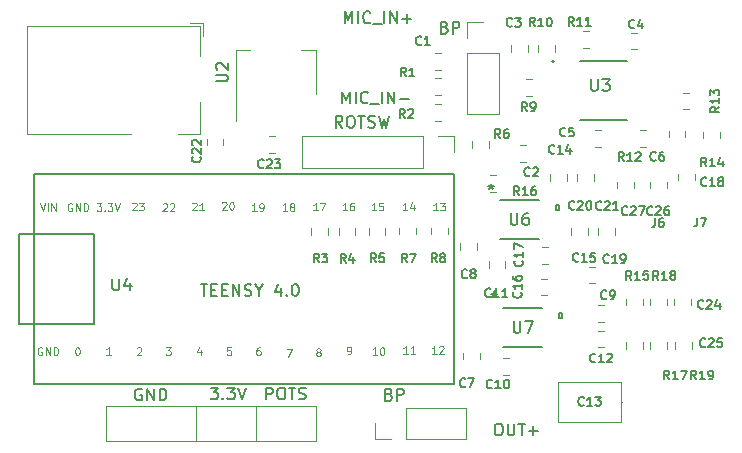
<source format=gbr>
%TF.GenerationSoftware,KiCad,Pcbnew,(5.1.6)-1*%
%TF.CreationDate,2020-12-22T10:56:42-08:00*%
%TF.ProjectId,Digimuser_Board,44696769-6d75-4736-9572-5f426f617264,rev?*%
%TF.SameCoordinates,Original*%
%TF.FileFunction,Legend,Top*%
%TF.FilePolarity,Positive*%
%FSLAX46Y46*%
G04 Gerber Fmt 4.6, Leading zero omitted, Abs format (unit mm)*
G04 Created by KiCad (PCBNEW (5.1.6)-1) date 2020-12-22 10:56:42*
%MOMM*%
%LPD*%
G01*
G04 APERTURE LIST*
%ADD10C,0.120000*%
%ADD11C,0.150000*%
%ADD12C,0.100000*%
%ADD13C,0.152400*%
%ADD14C,0.127000*%
%ADD15C,0.200000*%
G04 APERTURE END LIST*
D10*
X126238000Y-103632000D02*
X126238000Y-100634800D01*
X121158000Y-103632000D02*
X126238000Y-103632000D01*
X121158000Y-100634800D02*
X126238000Y-100634800D01*
X121158000Y-103632000D02*
X121158000Y-100634800D01*
X116078000Y-103632000D02*
X121158000Y-103632000D01*
X116078000Y-100634800D02*
X121158000Y-100634800D01*
X116078000Y-103632000D02*
X116078000Y-100634800D01*
D11*
X128484666Y-75001380D02*
X128484666Y-74001380D01*
X128818000Y-74715666D01*
X129151333Y-74001380D01*
X129151333Y-75001380D01*
X129627523Y-75001380D02*
X129627523Y-74001380D01*
X130675142Y-74906142D02*
X130627523Y-74953761D01*
X130484666Y-75001380D01*
X130389428Y-75001380D01*
X130246571Y-74953761D01*
X130151333Y-74858523D01*
X130103714Y-74763285D01*
X130056095Y-74572809D01*
X130056095Y-74429952D01*
X130103714Y-74239476D01*
X130151333Y-74144238D01*
X130246571Y-74049000D01*
X130389428Y-74001380D01*
X130484666Y-74001380D01*
X130627523Y-74049000D01*
X130675142Y-74096619D01*
X130865619Y-75096619D02*
X131627523Y-75096619D01*
X131865619Y-75001380D02*
X131865619Y-74001380D01*
X132341809Y-75001380D02*
X132341809Y-74001380D01*
X132913238Y-75001380D01*
X132913238Y-74001380D01*
X133389428Y-74620428D02*
X134151333Y-74620428D01*
D12*
X102920095Y-83464047D02*
X103136761Y-84114047D01*
X103353428Y-83464047D01*
X103570095Y-84114047D02*
X103570095Y-83464047D01*
X103879619Y-84114047D02*
X103879619Y-83464047D01*
X104251047Y-84114047D01*
X104251047Y-83464047D01*
X105625961Y-83495000D02*
X105564057Y-83464047D01*
X105471200Y-83464047D01*
X105378342Y-83495000D01*
X105316438Y-83556904D01*
X105285485Y-83618809D01*
X105254533Y-83742619D01*
X105254533Y-83835476D01*
X105285485Y-83959285D01*
X105316438Y-84021190D01*
X105378342Y-84083095D01*
X105471200Y-84114047D01*
X105533104Y-84114047D01*
X105625961Y-84083095D01*
X105656914Y-84052142D01*
X105656914Y-83835476D01*
X105533104Y-83835476D01*
X105935485Y-84114047D02*
X105935485Y-83464047D01*
X106306914Y-84114047D01*
X106306914Y-83464047D01*
X106616438Y-84114047D02*
X106616438Y-83464047D01*
X106771200Y-83464047D01*
X106864057Y-83495000D01*
X106925961Y-83556904D01*
X106956914Y-83618809D01*
X106987866Y-83742619D01*
X106987866Y-83835476D01*
X106956914Y-83959285D01*
X106925961Y-84021190D01*
X106864057Y-84083095D01*
X106771200Y-84114047D01*
X106616438Y-84114047D01*
X107701676Y-83464047D02*
X108104057Y-83464047D01*
X107887390Y-83711666D01*
X107980247Y-83711666D01*
X108042152Y-83742619D01*
X108073104Y-83773571D01*
X108104057Y-83835476D01*
X108104057Y-83990238D01*
X108073104Y-84052142D01*
X108042152Y-84083095D01*
X107980247Y-84114047D01*
X107794533Y-84114047D01*
X107732628Y-84083095D01*
X107701676Y-84052142D01*
X108382628Y-84052142D02*
X108413580Y-84083095D01*
X108382628Y-84114047D01*
X108351676Y-84083095D01*
X108382628Y-84052142D01*
X108382628Y-84114047D01*
X108630247Y-83464047D02*
X109032628Y-83464047D01*
X108815961Y-83711666D01*
X108908819Y-83711666D01*
X108970723Y-83742619D01*
X109001676Y-83773571D01*
X109032628Y-83835476D01*
X109032628Y-83990238D01*
X109001676Y-84052142D01*
X108970723Y-84083095D01*
X108908819Y-84114047D01*
X108723104Y-84114047D01*
X108661200Y-84083095D01*
X108630247Y-84052142D01*
X109218342Y-83464047D02*
X109435009Y-84114047D01*
X109651676Y-83464047D01*
X110705961Y-83475152D02*
X110736914Y-83444200D01*
X110798819Y-83413247D01*
X110953580Y-83413247D01*
X111015485Y-83444200D01*
X111046438Y-83475152D01*
X111077390Y-83537057D01*
X111077390Y-83598961D01*
X111046438Y-83691819D01*
X110675009Y-84063247D01*
X111077390Y-84063247D01*
X111294057Y-83413247D02*
X111696438Y-83413247D01*
X111479771Y-83660866D01*
X111572628Y-83660866D01*
X111634533Y-83691819D01*
X111665485Y-83722771D01*
X111696438Y-83784676D01*
X111696438Y-83939438D01*
X111665485Y-84001342D01*
X111634533Y-84032295D01*
X111572628Y-84063247D01*
X111386914Y-84063247D01*
X111325009Y-84032295D01*
X111294057Y-84001342D01*
X113296761Y-83525952D02*
X113327714Y-83495000D01*
X113389619Y-83464047D01*
X113544380Y-83464047D01*
X113606285Y-83495000D01*
X113637238Y-83525952D01*
X113668190Y-83587857D01*
X113668190Y-83649761D01*
X113637238Y-83742619D01*
X113265809Y-84114047D01*
X113668190Y-84114047D01*
X113915809Y-83525952D02*
X113946761Y-83495000D01*
X114008666Y-83464047D01*
X114163428Y-83464047D01*
X114225333Y-83495000D01*
X114256285Y-83525952D01*
X114287238Y-83587857D01*
X114287238Y-83649761D01*
X114256285Y-83742619D01*
X113884857Y-84114047D01*
X114287238Y-84114047D01*
X115785961Y-83475152D02*
X115816914Y-83444200D01*
X115878819Y-83413247D01*
X116033580Y-83413247D01*
X116095485Y-83444200D01*
X116126438Y-83475152D01*
X116157390Y-83537057D01*
X116157390Y-83598961D01*
X116126438Y-83691819D01*
X115755009Y-84063247D01*
X116157390Y-84063247D01*
X116776438Y-84063247D02*
X116405009Y-84063247D01*
X116590723Y-84063247D02*
X116590723Y-83413247D01*
X116528819Y-83506104D01*
X116466914Y-83568009D01*
X116405009Y-83598961D01*
X118325961Y-83424352D02*
X118356914Y-83393400D01*
X118418819Y-83362447D01*
X118573580Y-83362447D01*
X118635485Y-83393400D01*
X118666438Y-83424352D01*
X118697390Y-83486257D01*
X118697390Y-83548161D01*
X118666438Y-83641019D01*
X118295009Y-84012447D01*
X118697390Y-84012447D01*
X119099771Y-83362447D02*
X119161676Y-83362447D01*
X119223580Y-83393400D01*
X119254533Y-83424352D01*
X119285485Y-83486257D01*
X119316438Y-83610066D01*
X119316438Y-83764828D01*
X119285485Y-83888638D01*
X119254533Y-83950542D01*
X119223580Y-83981495D01*
X119161676Y-84012447D01*
X119099771Y-84012447D01*
X119037866Y-83981495D01*
X119006914Y-83950542D01*
X118975961Y-83888638D01*
X118945009Y-83764828D01*
X118945009Y-83610066D01*
X118975961Y-83486257D01*
X119006914Y-83424352D01*
X119037866Y-83393400D01*
X119099771Y-83362447D01*
X121237390Y-84114047D02*
X120865961Y-84114047D01*
X121051676Y-84114047D02*
X121051676Y-83464047D01*
X120989771Y-83556904D01*
X120927866Y-83618809D01*
X120865961Y-83649761D01*
X121546914Y-84114047D02*
X121670723Y-84114047D01*
X121732628Y-84083095D01*
X121763580Y-84052142D01*
X121825485Y-83959285D01*
X121856438Y-83835476D01*
X121856438Y-83587857D01*
X121825485Y-83525952D01*
X121794533Y-83495000D01*
X121732628Y-83464047D01*
X121608819Y-83464047D01*
X121546914Y-83495000D01*
X121515961Y-83525952D01*
X121485009Y-83587857D01*
X121485009Y-83742619D01*
X121515961Y-83804523D01*
X121546914Y-83835476D01*
X121608819Y-83866428D01*
X121732628Y-83866428D01*
X121794533Y-83835476D01*
X121825485Y-83804523D01*
X121856438Y-83742619D01*
X123828190Y-84114047D02*
X123456761Y-84114047D01*
X123642476Y-84114047D02*
X123642476Y-83464047D01*
X123580571Y-83556904D01*
X123518666Y-83618809D01*
X123456761Y-83649761D01*
X124199619Y-83742619D02*
X124137714Y-83711666D01*
X124106761Y-83680714D01*
X124075809Y-83618809D01*
X124075809Y-83587857D01*
X124106761Y-83525952D01*
X124137714Y-83495000D01*
X124199619Y-83464047D01*
X124323428Y-83464047D01*
X124385333Y-83495000D01*
X124416285Y-83525952D01*
X124447238Y-83587857D01*
X124447238Y-83618809D01*
X124416285Y-83680714D01*
X124385333Y-83711666D01*
X124323428Y-83742619D01*
X124199619Y-83742619D01*
X124137714Y-83773571D01*
X124106761Y-83804523D01*
X124075809Y-83866428D01*
X124075809Y-83990238D01*
X124106761Y-84052142D01*
X124137714Y-84083095D01*
X124199619Y-84114047D01*
X124323428Y-84114047D01*
X124385333Y-84083095D01*
X124416285Y-84052142D01*
X124447238Y-83990238D01*
X124447238Y-83866428D01*
X124416285Y-83804523D01*
X124385333Y-83773571D01*
X124323428Y-83742619D01*
X126418990Y-84063247D02*
X126047561Y-84063247D01*
X126233276Y-84063247D02*
X126233276Y-83413247D01*
X126171371Y-83506104D01*
X126109466Y-83568009D01*
X126047561Y-83598961D01*
X126635657Y-83413247D02*
X127068990Y-83413247D01*
X126790419Y-84063247D01*
X128908190Y-84063247D02*
X128536761Y-84063247D01*
X128722476Y-84063247D02*
X128722476Y-83413247D01*
X128660571Y-83506104D01*
X128598666Y-83568009D01*
X128536761Y-83598961D01*
X129465333Y-83413247D02*
X129341523Y-83413247D01*
X129279619Y-83444200D01*
X129248666Y-83475152D01*
X129186761Y-83568009D01*
X129155809Y-83691819D01*
X129155809Y-83939438D01*
X129186761Y-84001342D01*
X129217714Y-84032295D01*
X129279619Y-84063247D01*
X129403428Y-84063247D01*
X129465333Y-84032295D01*
X129496285Y-84001342D01*
X129527238Y-83939438D01*
X129527238Y-83784676D01*
X129496285Y-83722771D01*
X129465333Y-83691819D01*
X129403428Y-83660866D01*
X129279619Y-83660866D01*
X129217714Y-83691819D01*
X129186761Y-83722771D01*
X129155809Y-83784676D01*
X131346590Y-84063247D02*
X130975161Y-84063247D01*
X131160876Y-84063247D02*
X131160876Y-83413247D01*
X131098971Y-83506104D01*
X131037066Y-83568009D01*
X130975161Y-83598961D01*
X131934685Y-83413247D02*
X131625161Y-83413247D01*
X131594209Y-83722771D01*
X131625161Y-83691819D01*
X131687066Y-83660866D01*
X131841828Y-83660866D01*
X131903733Y-83691819D01*
X131934685Y-83722771D01*
X131965638Y-83784676D01*
X131965638Y-83939438D01*
X131934685Y-84001342D01*
X131903733Y-84032295D01*
X131841828Y-84063247D01*
X131687066Y-84063247D01*
X131625161Y-84032295D01*
X131594209Y-84001342D01*
X133988190Y-84063247D02*
X133616761Y-84063247D01*
X133802476Y-84063247D02*
X133802476Y-83413247D01*
X133740571Y-83506104D01*
X133678666Y-83568009D01*
X133616761Y-83598961D01*
X134545333Y-83629914D02*
X134545333Y-84063247D01*
X134390571Y-83382295D02*
X134235809Y-83846580D01*
X134638190Y-83846580D01*
X136578990Y-84063247D02*
X136207561Y-84063247D01*
X136393276Y-84063247D02*
X136393276Y-83413247D01*
X136331371Y-83506104D01*
X136269466Y-83568009D01*
X136207561Y-83598961D01*
X136795657Y-83413247D02*
X137198038Y-83413247D01*
X136981371Y-83660866D01*
X137074228Y-83660866D01*
X137136133Y-83691819D01*
X137167085Y-83722771D01*
X137198038Y-83784676D01*
X137198038Y-83939438D01*
X137167085Y-84001342D01*
X137136133Y-84032295D01*
X137074228Y-84063247D01*
X136888514Y-84063247D01*
X136826609Y-84032295D01*
X136795657Y-84001342D01*
X136477390Y-96204447D02*
X136105961Y-96204447D01*
X136291676Y-96204447D02*
X136291676Y-95554447D01*
X136229771Y-95647304D01*
X136167866Y-95709209D01*
X136105961Y-95740161D01*
X136725009Y-95616352D02*
X136755961Y-95585400D01*
X136817866Y-95554447D01*
X136972628Y-95554447D01*
X137034533Y-95585400D01*
X137065485Y-95616352D01*
X137096438Y-95678257D01*
X137096438Y-95740161D01*
X137065485Y-95833019D01*
X136694057Y-96204447D01*
X137096438Y-96204447D01*
X134038990Y-96204447D02*
X133667561Y-96204447D01*
X133853276Y-96204447D02*
X133853276Y-95554447D01*
X133791371Y-95647304D01*
X133729466Y-95709209D01*
X133667561Y-95740161D01*
X134658038Y-96204447D02*
X134286609Y-96204447D01*
X134472323Y-96204447D02*
X134472323Y-95554447D01*
X134410419Y-95647304D01*
X134348514Y-95709209D01*
X134286609Y-95740161D01*
X131448190Y-96306047D02*
X131076761Y-96306047D01*
X131262476Y-96306047D02*
X131262476Y-95656047D01*
X131200571Y-95748904D01*
X131138666Y-95810809D01*
X131076761Y-95841761D01*
X131850571Y-95656047D02*
X131912476Y-95656047D01*
X131974380Y-95687000D01*
X132005333Y-95717952D01*
X132036285Y-95779857D01*
X132067238Y-95903666D01*
X132067238Y-96058428D01*
X132036285Y-96182238D01*
X132005333Y-96244142D01*
X131974380Y-96275095D01*
X131912476Y-96306047D01*
X131850571Y-96306047D01*
X131788666Y-96275095D01*
X131757714Y-96244142D01*
X131726761Y-96182238D01*
X131695809Y-96058428D01*
X131695809Y-95903666D01*
X131726761Y-95779857D01*
X131757714Y-95717952D01*
X131788666Y-95687000D01*
X131850571Y-95656047D01*
X128958990Y-96255247D02*
X129082800Y-96255247D01*
X129144704Y-96224295D01*
X129175657Y-96193342D01*
X129237561Y-96100485D01*
X129268514Y-95976676D01*
X129268514Y-95729057D01*
X129237561Y-95667152D01*
X129206609Y-95636200D01*
X129144704Y-95605247D01*
X129020895Y-95605247D01*
X128958990Y-95636200D01*
X128928038Y-95667152D01*
X128897085Y-95729057D01*
X128897085Y-95883819D01*
X128928038Y-95945723D01*
X128958990Y-95976676D01*
X129020895Y-96007628D01*
X129144704Y-96007628D01*
X129206609Y-95976676D01*
X129237561Y-95945723D01*
X129268514Y-95883819D01*
X126430095Y-96036219D02*
X126368190Y-96005266D01*
X126337238Y-95974314D01*
X126306285Y-95912409D01*
X126306285Y-95881457D01*
X126337238Y-95819552D01*
X126368190Y-95788600D01*
X126430095Y-95757647D01*
X126553904Y-95757647D01*
X126615809Y-95788600D01*
X126646761Y-95819552D01*
X126677714Y-95881457D01*
X126677714Y-95912409D01*
X126646761Y-95974314D01*
X126615809Y-96005266D01*
X126553904Y-96036219D01*
X126430095Y-96036219D01*
X126368190Y-96067171D01*
X126337238Y-96098123D01*
X126306285Y-96160028D01*
X126306285Y-96283838D01*
X126337238Y-96345742D01*
X126368190Y-96376695D01*
X126430095Y-96407647D01*
X126553904Y-96407647D01*
X126615809Y-96376695D01*
X126646761Y-96345742D01*
X126677714Y-96283838D01*
X126677714Y-96160028D01*
X126646761Y-96098123D01*
X126615809Y-96067171D01*
X126553904Y-96036219D01*
X123786133Y-95808447D02*
X124219466Y-95808447D01*
X123940895Y-96458447D01*
X121535809Y-95656047D02*
X121412000Y-95656047D01*
X121350095Y-95687000D01*
X121319142Y-95717952D01*
X121257238Y-95810809D01*
X121226285Y-95934619D01*
X121226285Y-96182238D01*
X121257238Y-96244142D01*
X121288190Y-96275095D01*
X121350095Y-96306047D01*
X121473904Y-96306047D01*
X121535809Y-96275095D01*
X121566761Y-96244142D01*
X121597714Y-96182238D01*
X121597714Y-96027476D01*
X121566761Y-95965571D01*
X121535809Y-95934619D01*
X121473904Y-95903666D01*
X121350095Y-95903666D01*
X121288190Y-95934619D01*
X121257238Y-95965571D01*
X121226285Y-96027476D01*
X119077561Y-95656047D02*
X118768038Y-95656047D01*
X118737085Y-95965571D01*
X118768038Y-95934619D01*
X118829942Y-95903666D01*
X118984704Y-95903666D01*
X119046609Y-95934619D01*
X119077561Y-95965571D01*
X119108514Y-96027476D01*
X119108514Y-96182238D01*
X119077561Y-96244142D01*
X119046609Y-96275095D01*
X118984704Y-96306047D01*
X118829942Y-96306047D01*
X118768038Y-96275095D01*
X118737085Y-96244142D01*
X116506609Y-95872714D02*
X116506609Y-96306047D01*
X116351847Y-95625095D02*
X116197085Y-96089380D01*
X116599466Y-96089380D01*
X113575333Y-95656047D02*
X113977714Y-95656047D01*
X113761047Y-95903666D01*
X113853904Y-95903666D01*
X113915809Y-95934619D01*
X113946761Y-95965571D01*
X113977714Y-96027476D01*
X113977714Y-96182238D01*
X113946761Y-96244142D01*
X113915809Y-96275095D01*
X113853904Y-96306047D01*
X113668190Y-96306047D01*
X113606285Y-96275095D01*
X113575333Y-96244142D01*
X111117085Y-95717952D02*
X111148038Y-95687000D01*
X111209942Y-95656047D01*
X111364704Y-95656047D01*
X111426609Y-95687000D01*
X111457561Y-95717952D01*
X111488514Y-95779857D01*
X111488514Y-95841761D01*
X111457561Y-95934619D01*
X111086133Y-96306047D01*
X111488514Y-96306047D01*
X108897714Y-96306047D02*
X108526285Y-96306047D01*
X108712000Y-96306047D02*
X108712000Y-95656047D01*
X108650095Y-95748904D01*
X108588190Y-95810809D01*
X108526285Y-95841761D01*
X106039447Y-95656047D02*
X106101352Y-95656047D01*
X106163257Y-95687000D01*
X106194209Y-95717952D01*
X106225161Y-95779857D01*
X106256114Y-95903666D01*
X106256114Y-96058428D01*
X106225161Y-96182238D01*
X106194209Y-96244142D01*
X106163257Y-96275095D01*
X106101352Y-96306047D01*
X106039447Y-96306047D01*
X105977542Y-96275095D01*
X105946590Y-96244142D01*
X105915638Y-96182238D01*
X105884685Y-96058428D01*
X105884685Y-95903666D01*
X105915638Y-95779857D01*
X105946590Y-95717952D01*
X105977542Y-95687000D01*
X106039447Y-95656047D01*
X103085961Y-95687000D02*
X103024057Y-95656047D01*
X102931200Y-95656047D01*
X102838342Y-95687000D01*
X102776438Y-95748904D01*
X102745485Y-95810809D01*
X102714533Y-95934619D01*
X102714533Y-96027476D01*
X102745485Y-96151285D01*
X102776438Y-96213190D01*
X102838342Y-96275095D01*
X102931200Y-96306047D01*
X102993104Y-96306047D01*
X103085961Y-96275095D01*
X103116914Y-96244142D01*
X103116914Y-96027476D01*
X102993104Y-96027476D01*
X103395485Y-96306047D02*
X103395485Y-95656047D01*
X103766914Y-96306047D01*
X103766914Y-95656047D01*
X104076438Y-96306047D02*
X104076438Y-95656047D01*
X104231200Y-95656047D01*
X104324057Y-95687000D01*
X104385961Y-95748904D01*
X104416914Y-95810809D01*
X104447866Y-95934619D01*
X104447866Y-96027476D01*
X104416914Y-96151285D01*
X104385961Y-96213190D01*
X104324057Y-96275095D01*
X104231200Y-96306047D01*
X104076438Y-96306047D01*
D11*
X128506742Y-77058780D02*
X128173409Y-76582590D01*
X127935314Y-77058780D02*
X127935314Y-76058780D01*
X128316266Y-76058780D01*
X128411504Y-76106400D01*
X128459123Y-76154019D01*
X128506742Y-76249257D01*
X128506742Y-76392114D01*
X128459123Y-76487352D01*
X128411504Y-76534971D01*
X128316266Y-76582590D01*
X127935314Y-76582590D01*
X129125790Y-76058780D02*
X129316266Y-76058780D01*
X129411504Y-76106400D01*
X129506742Y-76201638D01*
X129554361Y-76392114D01*
X129554361Y-76725447D01*
X129506742Y-76915923D01*
X129411504Y-77011161D01*
X129316266Y-77058780D01*
X129125790Y-77058780D01*
X129030552Y-77011161D01*
X128935314Y-76915923D01*
X128887695Y-76725447D01*
X128887695Y-76392114D01*
X128935314Y-76201638D01*
X129030552Y-76106400D01*
X129125790Y-76058780D01*
X129840076Y-76058780D02*
X130411504Y-76058780D01*
X130125790Y-77058780D02*
X130125790Y-76058780D01*
X130697219Y-77011161D02*
X130840076Y-77058780D01*
X131078171Y-77058780D01*
X131173409Y-77011161D01*
X131221028Y-76963542D01*
X131268647Y-76868304D01*
X131268647Y-76773066D01*
X131221028Y-76677828D01*
X131173409Y-76630209D01*
X131078171Y-76582590D01*
X130887695Y-76534971D01*
X130792457Y-76487352D01*
X130744838Y-76439733D01*
X130697219Y-76344495D01*
X130697219Y-76249257D01*
X130744838Y-76154019D01*
X130792457Y-76106400D01*
X130887695Y-76058780D01*
X131125790Y-76058780D01*
X131268647Y-76106400D01*
X131601980Y-76058780D02*
X131840076Y-77058780D01*
X132030552Y-76344495D01*
X132221028Y-77058780D01*
X132459123Y-76058780D01*
X111506095Y-99195000D02*
X111410857Y-99147380D01*
X111268000Y-99147380D01*
X111125142Y-99195000D01*
X111029904Y-99290238D01*
X110982285Y-99385476D01*
X110934666Y-99575952D01*
X110934666Y-99718809D01*
X110982285Y-99909285D01*
X111029904Y-100004523D01*
X111125142Y-100099761D01*
X111268000Y-100147380D01*
X111363238Y-100147380D01*
X111506095Y-100099761D01*
X111553714Y-100052142D01*
X111553714Y-99718809D01*
X111363238Y-99718809D01*
X111982285Y-100147380D02*
X111982285Y-99147380D01*
X112553714Y-100147380D01*
X112553714Y-99147380D01*
X113029904Y-100147380D02*
X113029904Y-99147380D01*
X113268000Y-99147380D01*
X113410857Y-99195000D01*
X113506095Y-99290238D01*
X113553714Y-99385476D01*
X113601333Y-99575952D01*
X113601333Y-99718809D01*
X113553714Y-99909285D01*
X113506095Y-100004523D01*
X113410857Y-100099761D01*
X113268000Y-100147380D01*
X113029904Y-100147380D01*
D10*
X108458000Y-100634800D02*
X116078000Y-100634800D01*
X108458000Y-103632000D02*
X108458000Y-100634800D01*
X116078000Y-103632000D02*
X108458000Y-103632000D01*
D11*
X132464228Y-99648971D02*
X132607085Y-99696590D01*
X132654704Y-99744209D01*
X132702323Y-99839447D01*
X132702323Y-99982304D01*
X132654704Y-100077542D01*
X132607085Y-100125161D01*
X132511847Y-100172780D01*
X132130895Y-100172780D01*
X132130895Y-99172780D01*
X132464228Y-99172780D01*
X132559466Y-99220400D01*
X132607085Y-99268019D01*
X132654704Y-99363257D01*
X132654704Y-99458495D01*
X132607085Y-99553733D01*
X132559466Y-99601352D01*
X132464228Y-99648971D01*
X132130895Y-99648971D01*
X133130895Y-100172780D02*
X133130895Y-99172780D01*
X133511847Y-99172780D01*
X133607085Y-99220400D01*
X133654704Y-99268019D01*
X133702323Y-99363257D01*
X133702323Y-99506114D01*
X133654704Y-99601352D01*
X133607085Y-99648971D01*
X133511847Y-99696590D01*
X133130895Y-99696590D01*
X117345009Y-99071180D02*
X117964057Y-99071180D01*
X117630723Y-99452133D01*
X117773580Y-99452133D01*
X117868819Y-99499752D01*
X117916438Y-99547371D01*
X117964057Y-99642609D01*
X117964057Y-99880704D01*
X117916438Y-99975942D01*
X117868819Y-100023561D01*
X117773580Y-100071180D01*
X117487866Y-100071180D01*
X117392628Y-100023561D01*
X117345009Y-99975942D01*
X118392628Y-99975942D02*
X118440247Y-100023561D01*
X118392628Y-100071180D01*
X118345009Y-100023561D01*
X118392628Y-99975942D01*
X118392628Y-100071180D01*
X118773580Y-99071180D02*
X119392628Y-99071180D01*
X119059295Y-99452133D01*
X119202152Y-99452133D01*
X119297390Y-99499752D01*
X119345009Y-99547371D01*
X119392628Y-99642609D01*
X119392628Y-99880704D01*
X119345009Y-99975942D01*
X119297390Y-100023561D01*
X119202152Y-100071180D01*
X118916438Y-100071180D01*
X118821200Y-100023561D01*
X118773580Y-99975942D01*
X119678342Y-99071180D02*
X120011676Y-100071180D01*
X120345009Y-99071180D01*
X122055142Y-100071180D02*
X122055142Y-99071180D01*
X122436095Y-99071180D01*
X122531333Y-99118800D01*
X122578952Y-99166419D01*
X122626571Y-99261657D01*
X122626571Y-99404514D01*
X122578952Y-99499752D01*
X122531333Y-99547371D01*
X122436095Y-99594990D01*
X122055142Y-99594990D01*
X123245619Y-99071180D02*
X123436095Y-99071180D01*
X123531333Y-99118800D01*
X123626571Y-99214038D01*
X123674190Y-99404514D01*
X123674190Y-99737847D01*
X123626571Y-99928323D01*
X123531333Y-100023561D01*
X123436095Y-100071180D01*
X123245619Y-100071180D01*
X123150380Y-100023561D01*
X123055142Y-99928323D01*
X123007523Y-99737847D01*
X123007523Y-99404514D01*
X123055142Y-99214038D01*
X123150380Y-99118800D01*
X123245619Y-99071180D01*
X123959904Y-99071180D02*
X124531333Y-99071180D01*
X124245619Y-100071180D02*
X124245619Y-99071180D01*
X124817047Y-100023561D02*
X124959904Y-100071180D01*
X125198000Y-100071180D01*
X125293238Y-100023561D01*
X125340857Y-99975942D01*
X125388476Y-99880704D01*
X125388476Y-99785466D01*
X125340857Y-99690228D01*
X125293238Y-99642609D01*
X125198000Y-99594990D01*
X125007523Y-99547371D01*
X124912285Y-99499752D01*
X124864666Y-99452133D01*
X124817047Y-99356895D01*
X124817047Y-99261657D01*
X124864666Y-99166419D01*
X124912285Y-99118800D01*
X125007523Y-99071180D01*
X125245619Y-99071180D01*
X125388476Y-99118800D01*
X116510323Y-90308180D02*
X117081752Y-90308180D01*
X116796038Y-91308180D02*
X116796038Y-90308180D01*
X117415085Y-90784371D02*
X117748419Y-90784371D01*
X117891276Y-91308180D02*
X117415085Y-91308180D01*
X117415085Y-90308180D01*
X117891276Y-90308180D01*
X118319847Y-90784371D02*
X118653180Y-90784371D01*
X118796038Y-91308180D02*
X118319847Y-91308180D01*
X118319847Y-90308180D01*
X118796038Y-90308180D01*
X119224609Y-91308180D02*
X119224609Y-90308180D01*
X119796038Y-91308180D01*
X119796038Y-90308180D01*
X120224609Y-91260561D02*
X120367466Y-91308180D01*
X120605561Y-91308180D01*
X120700800Y-91260561D01*
X120748419Y-91212942D01*
X120796038Y-91117704D01*
X120796038Y-91022466D01*
X120748419Y-90927228D01*
X120700800Y-90879609D01*
X120605561Y-90831990D01*
X120415085Y-90784371D01*
X120319847Y-90736752D01*
X120272228Y-90689133D01*
X120224609Y-90593895D01*
X120224609Y-90498657D01*
X120272228Y-90403419D01*
X120319847Y-90355800D01*
X120415085Y-90308180D01*
X120653180Y-90308180D01*
X120796038Y-90355800D01*
X121415085Y-90831990D02*
X121415085Y-91308180D01*
X121081752Y-90308180D02*
X121415085Y-90831990D01*
X121748419Y-90308180D01*
X123272228Y-90641514D02*
X123272228Y-91308180D01*
X123034133Y-90260561D02*
X122796038Y-90974847D01*
X123415085Y-90974847D01*
X123796038Y-91212942D02*
X123843657Y-91260561D01*
X123796038Y-91308180D01*
X123748419Y-91260561D01*
X123796038Y-91212942D01*
X123796038Y-91308180D01*
X124462704Y-90308180D02*
X124557942Y-90308180D01*
X124653180Y-90355800D01*
X124700800Y-90403419D01*
X124748419Y-90498657D01*
X124796038Y-90689133D01*
X124796038Y-90927228D01*
X124748419Y-91117704D01*
X124700800Y-91212942D01*
X124653180Y-91260561D01*
X124557942Y-91308180D01*
X124462704Y-91308180D01*
X124367466Y-91260561D01*
X124319847Y-91212942D01*
X124272228Y-91117704D01*
X124224609Y-90927228D01*
X124224609Y-90689133D01*
X124272228Y-90498657D01*
X124319847Y-90403419D01*
X124367466Y-90355800D01*
X124462704Y-90308180D01*
X141636952Y-102119180D02*
X141827428Y-102119180D01*
X141922666Y-102166800D01*
X142017904Y-102262038D01*
X142065523Y-102452514D01*
X142065523Y-102785847D01*
X142017904Y-102976323D01*
X141922666Y-103071561D01*
X141827428Y-103119180D01*
X141636952Y-103119180D01*
X141541714Y-103071561D01*
X141446476Y-102976323D01*
X141398857Y-102785847D01*
X141398857Y-102452514D01*
X141446476Y-102262038D01*
X141541714Y-102166800D01*
X141636952Y-102119180D01*
X142494095Y-102119180D02*
X142494095Y-102928704D01*
X142541714Y-103023942D01*
X142589333Y-103071561D01*
X142684571Y-103119180D01*
X142875047Y-103119180D01*
X142970285Y-103071561D01*
X143017904Y-103023942D01*
X143065523Y-102928704D01*
X143065523Y-102119180D01*
X143398857Y-102119180D02*
X143970285Y-102119180D01*
X143684571Y-103119180D02*
X143684571Y-102119180D01*
X144303619Y-102738228D02*
X145065523Y-102738228D01*
X144684571Y-103119180D02*
X144684571Y-102357276D01*
X137175928Y-68572071D02*
X137318785Y-68619690D01*
X137366404Y-68667309D01*
X137414023Y-68762547D01*
X137414023Y-68905404D01*
X137366404Y-69000642D01*
X137318785Y-69048261D01*
X137223547Y-69095880D01*
X136842595Y-69095880D01*
X136842595Y-68095880D01*
X137175928Y-68095880D01*
X137271166Y-68143500D01*
X137318785Y-68191119D01*
X137366404Y-68286357D01*
X137366404Y-68381595D01*
X137318785Y-68476833D01*
X137271166Y-68524452D01*
X137175928Y-68572071D01*
X136842595Y-68572071D01*
X137842595Y-69095880D02*
X137842595Y-68095880D01*
X138223547Y-68095880D01*
X138318785Y-68143500D01*
X138366404Y-68191119D01*
X138414023Y-68286357D01*
X138414023Y-68429214D01*
X138366404Y-68524452D01*
X138318785Y-68572071D01*
X138223547Y-68619690D01*
X137842595Y-68619690D01*
X128687866Y-68219580D02*
X128687866Y-67219580D01*
X129021200Y-67933866D01*
X129354533Y-67219580D01*
X129354533Y-68219580D01*
X129830723Y-68219580D02*
X129830723Y-67219580D01*
X130878342Y-68124342D02*
X130830723Y-68171961D01*
X130687866Y-68219580D01*
X130592628Y-68219580D01*
X130449771Y-68171961D01*
X130354533Y-68076723D01*
X130306914Y-67981485D01*
X130259295Y-67791009D01*
X130259295Y-67648152D01*
X130306914Y-67457676D01*
X130354533Y-67362438D01*
X130449771Y-67267200D01*
X130592628Y-67219580D01*
X130687866Y-67219580D01*
X130830723Y-67267200D01*
X130878342Y-67314819D01*
X131068819Y-68314819D02*
X131830723Y-68314819D01*
X132068819Y-68219580D02*
X132068819Y-67219580D01*
X132545009Y-68219580D02*
X132545009Y-67219580D01*
X133116438Y-68219580D01*
X133116438Y-67219580D01*
X133592628Y-67838628D02*
X134354533Y-67838628D01*
X133973580Y-68219580D02*
X133973580Y-67457676D01*
D10*
%TO.C,C13*%
X152154400Y-100279200D02*
X152114400Y-100279200D01*
X146734400Y-100279200D02*
X146774400Y-100279200D01*
X152114400Y-98609200D02*
X146774400Y-98609200D01*
X152114400Y-101949200D02*
X152114400Y-98609200D01*
X146774400Y-101949200D02*
X152114400Y-101949200D01*
X146774400Y-98609200D02*
X146774400Y-101949200D01*
%TO.C,C1*%
X136847078Y-70727500D02*
X136329922Y-70727500D01*
X136847078Y-72147500D02*
X136329922Y-72147500D01*
%TO.C,C2*%
X143505422Y-79958000D02*
X144022578Y-79958000D01*
X143505422Y-78538000D02*
X144022578Y-78538000D01*
%TO.C,C3*%
X144220000Y-70616578D02*
X144220000Y-70099422D01*
X142800000Y-70616578D02*
X142800000Y-70099422D01*
%TO.C,C4*%
X153420578Y-69013000D02*
X152903422Y-69013000D01*
X153420578Y-70433000D02*
X152903422Y-70433000D01*
%TO.C,C5*%
X150372578Y-77268000D02*
X149855422Y-77268000D01*
X150372578Y-78688000D02*
X149855422Y-78688000D01*
%TO.C,C6*%
X156135000Y-77338422D02*
X156135000Y-77855578D01*
X157555000Y-77338422D02*
X157555000Y-77855578D01*
%TO.C,C7*%
X138736000Y-96134422D02*
X138736000Y-96651578D01*
X140156000Y-96134422D02*
X140156000Y-96651578D01*
%TO.C,C8*%
X138482000Y-86863422D02*
X138482000Y-87380578D01*
X139902000Y-86863422D02*
X139902000Y-87380578D01*
%TO.C,C10*%
X142108422Y-97992000D02*
X142625578Y-97992000D01*
X142108422Y-96572000D02*
X142625578Y-96572000D01*
%TO.C,C11*%
X140895000Y-88387422D02*
X140895000Y-88904578D01*
X142315000Y-88387422D02*
X142315000Y-88904578D01*
%TO.C,C14*%
X147522000Y-81538578D02*
X147522000Y-81021422D01*
X146102000Y-81538578D02*
X146102000Y-81021422D01*
%TO.C,C15*%
X149300000Y-86110578D02*
X149300000Y-85593422D01*
X147880000Y-86110578D02*
X147880000Y-85593422D01*
%TO.C,C16*%
X145800578Y-89841000D02*
X145283422Y-89841000D01*
X145800578Y-91261000D02*
X145283422Y-91261000D01*
%TO.C,C17*%
X145410422Y-88594000D02*
X145927578Y-88594000D01*
X145410422Y-87174000D02*
X145927578Y-87174000D01*
%TO.C,C18*%
X156922400Y-80970622D02*
X156922400Y-81487778D01*
X158342400Y-80970622D02*
X158342400Y-81487778D01*
%TO.C,C19*%
X149347422Y-90245000D02*
X149864578Y-90245000D01*
X149347422Y-88825000D02*
X149864578Y-88825000D01*
%TO.C,C20*%
X149808000Y-81538578D02*
X149808000Y-81021422D01*
X148388000Y-81538578D02*
X148388000Y-81021422D01*
%TO.C,C21*%
X151586000Y-86110578D02*
X151586000Y-85593422D01*
X150166000Y-86110578D02*
X150166000Y-85593422D01*
%TO.C,R1*%
X136329922Y-74306500D02*
X136847078Y-74306500D01*
X136329922Y-72886500D02*
X136847078Y-72886500D01*
%TO.C,R2*%
X136847078Y-75045500D02*
X136329922Y-75045500D01*
X136847078Y-76465500D02*
X136329922Y-76465500D01*
%TO.C,R3*%
X125845500Y-85593422D02*
X125845500Y-86110578D01*
X127265500Y-85593422D02*
X127265500Y-86110578D01*
%TO.C,R4*%
X128195000Y-85593422D02*
X128195000Y-86110578D01*
X129615000Y-85593422D02*
X129615000Y-86110578D01*
%TO.C,R5*%
X130735000Y-85593422D02*
X130735000Y-86110578D01*
X132155000Y-85593422D02*
X132155000Y-86110578D01*
%TO.C,R6*%
X139498000Y-78227422D02*
X139498000Y-78744578D01*
X140918000Y-78227422D02*
X140918000Y-78744578D01*
%TO.C,R7*%
X133338500Y-85529922D02*
X133338500Y-86047078D01*
X134758500Y-85529922D02*
X134758500Y-86047078D01*
%TO.C,R8*%
X136005500Y-85529922D02*
X136005500Y-86047078D01*
X137425500Y-85529922D02*
X137425500Y-86047078D01*
%TO.C,R9*%
X144530578Y-72950000D02*
X144013422Y-72950000D01*
X144530578Y-74370000D02*
X144013422Y-74370000D01*
%TO.C,R10*%
X145086000Y-70099422D02*
X145086000Y-70616578D01*
X146506000Y-70099422D02*
X146506000Y-70616578D01*
%TO.C,R11*%
X149356578Y-68886000D02*
X148839422Y-68886000D01*
X149356578Y-70306000D02*
X148839422Y-70306000D01*
%TO.C,R12*%
X154182578Y-77268000D02*
X153665422Y-77268000D01*
X154182578Y-78688000D02*
X153665422Y-78688000D01*
%TO.C,R13*%
X157865578Y-74093000D02*
X157348422Y-74093000D01*
X157865578Y-75513000D02*
X157348422Y-75513000D01*
%TO.C,R14*%
X160476000Y-77919078D02*
X160476000Y-77401922D01*
X159056000Y-77919078D02*
X159056000Y-77401922D01*
%TO.C,R16*%
X140965422Y-82498000D02*
X141482578Y-82498000D01*
X140965422Y-81078000D02*
X141482578Y-81078000D01*
D13*
%TO.C,U6*%
X146570700Y-83645499D02*
X146824700Y-83645499D01*
X146570700Y-84026499D02*
X146570700Y-83645499D01*
X146824700Y-84026499D02*
X146570700Y-84026499D01*
X146824700Y-83645499D02*
X146824700Y-84026499D01*
X145135600Y-83210400D02*
X141884400Y-83210400D01*
X141884400Y-86461600D02*
X145135600Y-86461600D01*
%TO.C,U7*%
X146824700Y-92789499D02*
X147078700Y-92789499D01*
X146824700Y-93170499D02*
X146824700Y-92789499D01*
X147078700Y-93170499D02*
X146824700Y-93170499D01*
X147078700Y-92789499D02*
X147078700Y-93170499D01*
X145389600Y-92354400D02*
X142138400Y-92354400D01*
X142138400Y-95605600D02*
X145389600Y-95605600D01*
D14*
%TO.C,U3*%
X148622000Y-76437500D02*
X152622000Y-76437500D01*
X148622000Y-71390500D02*
X152622000Y-71390500D01*
D15*
X146442000Y-71469000D02*
G75*
G03*
X146442000Y-71469000I-100000J0D01*
G01*
D10*
%TO.C,J3*%
X116470000Y-68425000D02*
X116470000Y-71025000D01*
X101770000Y-68425000D02*
X116470000Y-68425000D01*
X116470000Y-77625000D02*
X114570000Y-77625000D01*
X116470000Y-74925000D02*
X116470000Y-77625000D01*
X101770000Y-77625000D02*
X101770000Y-68425000D01*
X110570000Y-77625000D02*
X101770000Y-77625000D01*
X115620000Y-68225000D02*
X116670000Y-68225000D01*
X116670000Y-69275000D02*
X116670000Y-68225000D01*
%TO.C,C22*%
X117019000Y-78036922D02*
X117019000Y-78554078D01*
X118439000Y-78036922D02*
X118439000Y-78554078D01*
%TO.C,C23*%
X122813578Y-77776000D02*
X122296422Y-77776000D01*
X122813578Y-79196000D02*
X122296422Y-79196000D01*
D11*
%TO.C,U4*%
X102362000Y-81026000D02*
X137922000Y-81026000D01*
X107442000Y-86106000D02*
X102362000Y-86106000D01*
X101092000Y-93726000D02*
X101092000Y-86106000D01*
X137922000Y-98806000D02*
X102362000Y-98806000D01*
X137922000Y-81026000D02*
X137922000Y-98806000D01*
X107442000Y-93726000D02*
X102362000Y-93726000D01*
X102362000Y-93726000D02*
X101092000Y-93726000D01*
X107442000Y-93726000D02*
X107442000Y-86106000D01*
X102362000Y-98806000D02*
X102362000Y-81026000D01*
X101092000Y-86106000D02*
X102362000Y-86106000D01*
D10*
%TO.C,J4*%
X141728500Y-70739000D02*
X141728500Y-75879000D01*
X139068500Y-68139000D02*
X140398500Y-68139000D01*
X139068500Y-75879000D02*
X141728500Y-75879000D01*
X139068500Y-70739000D02*
X141728500Y-70739000D01*
X139068500Y-69469000D02*
X139068500Y-68139000D01*
X139068500Y-70739000D02*
X139068500Y-75879000D01*
%TO.C,J5*%
X133858000Y-100778000D02*
X138998000Y-100778000D01*
X131258000Y-103438000D02*
X131258000Y-102108000D01*
X138998000Y-103438000D02*
X138998000Y-100778000D01*
X133858000Y-103438000D02*
X133858000Y-100778000D01*
X132588000Y-103438000D02*
X131258000Y-103438000D01*
X133858000Y-103438000D02*
X138998000Y-103438000D01*
%TO.C,U1*%
X135318500Y-80451000D02*
X125098500Y-80451000D01*
X125098500Y-77791000D02*
X125098500Y-80451000D01*
X135318500Y-77791000D02*
X135318500Y-80451000D01*
X137918500Y-77791000D02*
X137918500Y-79121000D01*
X135318500Y-77791000D02*
X125098500Y-77791000D01*
X136588500Y-77791000D02*
X137918500Y-77791000D01*
%TO.C,C9*%
X150690078Y-92063500D02*
X150172922Y-92063500D01*
X150690078Y-93483500D02*
X150172922Y-93483500D01*
%TO.C,C12*%
X150677378Y-94235200D02*
X150160222Y-94235200D01*
X150677378Y-95655200D02*
X150160222Y-95655200D01*
%TO.C,C24*%
X156617600Y-91587822D02*
X156617600Y-92104978D01*
X158037600Y-91587822D02*
X158037600Y-92104978D01*
%TO.C,C25*%
X158088400Y-95762578D02*
X158088400Y-95245422D01*
X156668400Y-95762578D02*
X156668400Y-95245422D01*
%TO.C,C26*%
X155954800Y-82148178D02*
X155954800Y-81631022D01*
X154534800Y-82148178D02*
X154534800Y-81631022D01*
%TO.C,C27*%
X153211600Y-82148178D02*
X153211600Y-81631022D01*
X151791600Y-82148178D02*
X151791600Y-81631022D01*
%TO.C,R15*%
X153973600Y-92104978D02*
X153973600Y-91587822D01*
X152553600Y-92104978D02*
X152553600Y-91587822D01*
%TO.C,R17*%
X152553600Y-95245422D02*
X152553600Y-95762578D01*
X153973600Y-95245422D02*
X153973600Y-95762578D01*
%TO.C,R18*%
X154585600Y-91587822D02*
X154585600Y-92104978D01*
X156005600Y-91587822D02*
X156005600Y-92104978D01*
%TO.C,R19*%
X156005600Y-95762578D02*
X156005600Y-95245422D01*
X154585600Y-95762578D02*
X154585600Y-95245422D01*
%TO.C,U2*%
X119462500Y-76490000D02*
X119462500Y-70480000D01*
X126282500Y-74240000D02*
X126282500Y-70480000D01*
X119462500Y-70480000D02*
X120722500Y-70480000D01*
X126282500Y-70480000D02*
X125022500Y-70480000D01*
%TO.C,J7*%
D11*
X158550800Y-84679285D02*
X158550800Y-85215000D01*
X158515085Y-85322142D01*
X158443657Y-85393571D01*
X158336514Y-85429285D01*
X158265085Y-85429285D01*
X158836514Y-84679285D02*
X159336514Y-84679285D01*
X159015085Y-85429285D01*
%TO.C,J6*%
X154969400Y-84730085D02*
X154969400Y-85265800D01*
X154933685Y-85372942D01*
X154862257Y-85444371D01*
X154755114Y-85480085D01*
X154683685Y-85480085D01*
X155647971Y-84730085D02*
X155505114Y-84730085D01*
X155433685Y-84765800D01*
X155397971Y-84801514D01*
X155326542Y-84908657D01*
X155290828Y-85051514D01*
X155290828Y-85337228D01*
X155326542Y-85408657D01*
X155362257Y-85444371D01*
X155433685Y-85480085D01*
X155576542Y-85480085D01*
X155647971Y-85444371D01*
X155683685Y-85408657D01*
X155719400Y-85337228D01*
X155719400Y-85158657D01*
X155683685Y-85087228D01*
X155647971Y-85051514D01*
X155576542Y-85015800D01*
X155433685Y-85015800D01*
X155362257Y-85051514D01*
X155326542Y-85087228D01*
X155290828Y-85158657D01*
%TO.C,C13*%
X148962257Y-100547057D02*
X148926542Y-100582771D01*
X148819400Y-100618485D01*
X148747971Y-100618485D01*
X148640828Y-100582771D01*
X148569400Y-100511342D01*
X148533685Y-100439914D01*
X148497971Y-100297057D01*
X148497971Y-100189914D01*
X148533685Y-100047057D01*
X148569400Y-99975628D01*
X148640828Y-99904200D01*
X148747971Y-99868485D01*
X148819400Y-99868485D01*
X148926542Y-99904200D01*
X148962257Y-99939914D01*
X149676542Y-100618485D02*
X149247971Y-100618485D01*
X149462257Y-100618485D02*
X149462257Y-99868485D01*
X149390828Y-99975628D01*
X149319400Y-100047057D01*
X149247971Y-100082771D01*
X149926542Y-99868485D02*
X150390828Y-99868485D01*
X150140828Y-100154200D01*
X150247971Y-100154200D01*
X150319400Y-100189914D01*
X150355114Y-100225628D01*
X150390828Y-100297057D01*
X150390828Y-100475628D01*
X150355114Y-100547057D01*
X150319400Y-100582771D01*
X150247971Y-100618485D01*
X150033685Y-100618485D01*
X149962257Y-100582771D01*
X149926542Y-100547057D01*
%TO.C,C1*%
X135193500Y-69990857D02*
X135157785Y-70026571D01*
X135050642Y-70062285D01*
X134979214Y-70062285D01*
X134872071Y-70026571D01*
X134800642Y-69955142D01*
X134764928Y-69883714D01*
X134729214Y-69740857D01*
X134729214Y-69633714D01*
X134764928Y-69490857D01*
X134800642Y-69419428D01*
X134872071Y-69348000D01*
X134979214Y-69312285D01*
X135050642Y-69312285D01*
X135157785Y-69348000D01*
X135193500Y-69383714D01*
X135907785Y-70062285D02*
X135479214Y-70062285D01*
X135693500Y-70062285D02*
X135693500Y-69312285D01*
X135622071Y-69419428D01*
X135550642Y-69490857D01*
X135479214Y-69526571D01*
%TO.C,C2*%
X144375600Y-81090657D02*
X144339885Y-81126371D01*
X144232742Y-81162085D01*
X144161314Y-81162085D01*
X144054171Y-81126371D01*
X143982742Y-81054942D01*
X143947028Y-80983514D01*
X143911314Y-80840657D01*
X143911314Y-80733514D01*
X143947028Y-80590657D01*
X143982742Y-80519228D01*
X144054171Y-80447800D01*
X144161314Y-80412085D01*
X144232742Y-80412085D01*
X144339885Y-80447800D01*
X144375600Y-80483514D01*
X144661314Y-80483514D02*
X144697028Y-80447800D01*
X144768457Y-80412085D01*
X144947028Y-80412085D01*
X145018457Y-80447800D01*
X145054171Y-80483514D01*
X145089885Y-80554942D01*
X145089885Y-80626371D01*
X145054171Y-80733514D01*
X144625600Y-81162085D01*
X145089885Y-81162085D01*
%TO.C,C3*%
X142877000Y-68428757D02*
X142841285Y-68464471D01*
X142734142Y-68500185D01*
X142662714Y-68500185D01*
X142555571Y-68464471D01*
X142484142Y-68393042D01*
X142448428Y-68321614D01*
X142412714Y-68178757D01*
X142412714Y-68071614D01*
X142448428Y-67928757D01*
X142484142Y-67857328D01*
X142555571Y-67785900D01*
X142662714Y-67750185D01*
X142734142Y-67750185D01*
X142841285Y-67785900D01*
X142877000Y-67821614D01*
X143127000Y-67750185D02*
X143591285Y-67750185D01*
X143341285Y-68035900D01*
X143448428Y-68035900D01*
X143519857Y-68071614D01*
X143555571Y-68107328D01*
X143591285Y-68178757D01*
X143591285Y-68357328D01*
X143555571Y-68428757D01*
X143519857Y-68464471D01*
X143448428Y-68500185D01*
X143234142Y-68500185D01*
X143162714Y-68464471D01*
X143127000Y-68428757D01*
%TO.C,C4*%
X153240200Y-68593857D02*
X153204485Y-68629571D01*
X153097342Y-68665285D01*
X153025914Y-68665285D01*
X152918771Y-68629571D01*
X152847342Y-68558142D01*
X152811628Y-68486714D01*
X152775914Y-68343857D01*
X152775914Y-68236714D01*
X152811628Y-68093857D01*
X152847342Y-68022428D01*
X152918771Y-67951000D01*
X153025914Y-67915285D01*
X153097342Y-67915285D01*
X153204485Y-67951000D01*
X153240200Y-67986714D01*
X153883057Y-68165285D02*
X153883057Y-68665285D01*
X153704485Y-67879571D02*
X153525914Y-68415285D01*
X153990200Y-68415285D01*
%TO.C,C5*%
X147385500Y-77737857D02*
X147349785Y-77773571D01*
X147242642Y-77809285D01*
X147171214Y-77809285D01*
X147064071Y-77773571D01*
X146992642Y-77702142D01*
X146956928Y-77630714D01*
X146921214Y-77487857D01*
X146921214Y-77380714D01*
X146956928Y-77237857D01*
X146992642Y-77166428D01*
X147064071Y-77095000D01*
X147171214Y-77059285D01*
X147242642Y-77059285D01*
X147349785Y-77095000D01*
X147385500Y-77130714D01*
X148064071Y-77059285D02*
X147706928Y-77059285D01*
X147671214Y-77416428D01*
X147706928Y-77380714D01*
X147778357Y-77345000D01*
X147956928Y-77345000D01*
X148028357Y-77380714D01*
X148064071Y-77416428D01*
X148099785Y-77487857D01*
X148099785Y-77666428D01*
X148064071Y-77737857D01*
X148028357Y-77773571D01*
X147956928Y-77809285D01*
X147778357Y-77809285D01*
X147706928Y-77773571D01*
X147671214Y-77737857D01*
%TO.C,C6*%
X155043600Y-79795257D02*
X155007885Y-79830971D01*
X154900742Y-79866685D01*
X154829314Y-79866685D01*
X154722171Y-79830971D01*
X154650742Y-79759542D01*
X154615028Y-79688114D01*
X154579314Y-79545257D01*
X154579314Y-79438114D01*
X154615028Y-79295257D01*
X154650742Y-79223828D01*
X154722171Y-79152400D01*
X154829314Y-79116685D01*
X154900742Y-79116685D01*
X155007885Y-79152400D01*
X155043600Y-79188114D01*
X155686457Y-79116685D02*
X155543600Y-79116685D01*
X155472171Y-79152400D01*
X155436457Y-79188114D01*
X155365028Y-79295257D01*
X155329314Y-79438114D01*
X155329314Y-79723828D01*
X155365028Y-79795257D01*
X155400742Y-79830971D01*
X155472171Y-79866685D01*
X155615028Y-79866685D01*
X155686457Y-79830971D01*
X155722171Y-79795257D01*
X155757885Y-79723828D01*
X155757885Y-79545257D01*
X155722171Y-79473828D01*
X155686457Y-79438114D01*
X155615028Y-79402400D01*
X155472171Y-79402400D01*
X155400742Y-79438114D01*
X155365028Y-79473828D01*
X155329314Y-79545257D01*
%TO.C,C7*%
X138914600Y-98972257D02*
X138878885Y-99007971D01*
X138771742Y-99043685D01*
X138700314Y-99043685D01*
X138593171Y-99007971D01*
X138521742Y-98936542D01*
X138486028Y-98865114D01*
X138450314Y-98722257D01*
X138450314Y-98615114D01*
X138486028Y-98472257D01*
X138521742Y-98400828D01*
X138593171Y-98329400D01*
X138700314Y-98293685D01*
X138771742Y-98293685D01*
X138878885Y-98329400D01*
X138914600Y-98365114D01*
X139164600Y-98293685D02*
X139664600Y-98293685D01*
X139343171Y-99043685D01*
%TO.C,C8*%
X139067000Y-89726657D02*
X139031285Y-89762371D01*
X138924142Y-89798085D01*
X138852714Y-89798085D01*
X138745571Y-89762371D01*
X138674142Y-89690942D01*
X138638428Y-89619514D01*
X138602714Y-89476657D01*
X138602714Y-89369514D01*
X138638428Y-89226657D01*
X138674142Y-89155228D01*
X138745571Y-89083800D01*
X138852714Y-89048085D01*
X138924142Y-89048085D01*
X139031285Y-89083800D01*
X139067000Y-89119514D01*
X139495571Y-89369514D02*
X139424142Y-89333800D01*
X139388428Y-89298085D01*
X139352714Y-89226657D01*
X139352714Y-89190942D01*
X139388428Y-89119514D01*
X139424142Y-89083800D01*
X139495571Y-89048085D01*
X139638428Y-89048085D01*
X139709857Y-89083800D01*
X139745571Y-89119514D01*
X139781285Y-89190942D01*
X139781285Y-89226657D01*
X139745571Y-89298085D01*
X139709857Y-89333800D01*
X139638428Y-89369514D01*
X139495571Y-89369514D01*
X139424142Y-89405228D01*
X139388428Y-89440942D01*
X139352714Y-89512371D01*
X139352714Y-89655228D01*
X139388428Y-89726657D01*
X139424142Y-89762371D01*
X139495571Y-89798085D01*
X139638428Y-89798085D01*
X139709857Y-89762371D01*
X139745571Y-89726657D01*
X139781285Y-89655228D01*
X139781285Y-89512371D01*
X139745571Y-89440942D01*
X139709857Y-89405228D01*
X139638428Y-89369514D01*
%TO.C,C10*%
X141186357Y-99073857D02*
X141150642Y-99109571D01*
X141043500Y-99145285D01*
X140972071Y-99145285D01*
X140864928Y-99109571D01*
X140793500Y-99038142D01*
X140757785Y-98966714D01*
X140722071Y-98823857D01*
X140722071Y-98716714D01*
X140757785Y-98573857D01*
X140793500Y-98502428D01*
X140864928Y-98431000D01*
X140972071Y-98395285D01*
X141043500Y-98395285D01*
X141150642Y-98431000D01*
X141186357Y-98466714D01*
X141900642Y-99145285D02*
X141472071Y-99145285D01*
X141686357Y-99145285D02*
X141686357Y-98395285D01*
X141614928Y-98502428D01*
X141543500Y-98573857D01*
X141472071Y-98609571D01*
X142364928Y-98395285D02*
X142436357Y-98395285D01*
X142507785Y-98431000D01*
X142543500Y-98466714D01*
X142579214Y-98538142D01*
X142614928Y-98681000D01*
X142614928Y-98859571D01*
X142579214Y-99002428D01*
X142543500Y-99073857D01*
X142507785Y-99109571D01*
X142436357Y-99145285D01*
X142364928Y-99145285D01*
X142293500Y-99109571D01*
X142257785Y-99073857D01*
X142222071Y-99002428D01*
X142186357Y-98859571D01*
X142186357Y-98681000D01*
X142222071Y-98538142D01*
X142257785Y-98466714D01*
X142293500Y-98431000D01*
X142364928Y-98395285D01*
%TO.C,C11*%
X141046657Y-91352257D02*
X141010942Y-91387971D01*
X140903800Y-91423685D01*
X140832371Y-91423685D01*
X140725228Y-91387971D01*
X140653800Y-91316542D01*
X140618085Y-91245114D01*
X140582371Y-91102257D01*
X140582371Y-90995114D01*
X140618085Y-90852257D01*
X140653800Y-90780828D01*
X140725228Y-90709400D01*
X140832371Y-90673685D01*
X140903800Y-90673685D01*
X141010942Y-90709400D01*
X141046657Y-90745114D01*
X141760942Y-91423685D02*
X141332371Y-91423685D01*
X141546657Y-91423685D02*
X141546657Y-90673685D01*
X141475228Y-90780828D01*
X141403800Y-90852257D01*
X141332371Y-90887971D01*
X142475228Y-91423685D02*
X142046657Y-91423685D01*
X142260942Y-91423685D02*
X142260942Y-90673685D01*
X142189514Y-90780828D01*
X142118085Y-90852257D01*
X142046657Y-90887971D01*
%TO.C,C14*%
X146456857Y-79198357D02*
X146421142Y-79234071D01*
X146314000Y-79269785D01*
X146242571Y-79269785D01*
X146135428Y-79234071D01*
X146064000Y-79162642D01*
X146028285Y-79091214D01*
X145992571Y-78948357D01*
X145992571Y-78841214D01*
X146028285Y-78698357D01*
X146064000Y-78626928D01*
X146135428Y-78555500D01*
X146242571Y-78519785D01*
X146314000Y-78519785D01*
X146421142Y-78555500D01*
X146456857Y-78591214D01*
X147171142Y-79269785D02*
X146742571Y-79269785D01*
X146956857Y-79269785D02*
X146956857Y-78519785D01*
X146885428Y-78626928D01*
X146814000Y-78698357D01*
X146742571Y-78734071D01*
X147814000Y-78769785D02*
X147814000Y-79269785D01*
X147635428Y-78484071D02*
X147456857Y-79019785D01*
X147921142Y-79019785D01*
%TO.C,C15*%
X148488857Y-88342357D02*
X148453142Y-88378071D01*
X148346000Y-88413785D01*
X148274571Y-88413785D01*
X148167428Y-88378071D01*
X148096000Y-88306642D01*
X148060285Y-88235214D01*
X148024571Y-88092357D01*
X148024571Y-87985214D01*
X148060285Y-87842357D01*
X148096000Y-87770928D01*
X148167428Y-87699500D01*
X148274571Y-87663785D01*
X148346000Y-87663785D01*
X148453142Y-87699500D01*
X148488857Y-87735214D01*
X149203142Y-88413785D02*
X148774571Y-88413785D01*
X148988857Y-88413785D02*
X148988857Y-87663785D01*
X148917428Y-87770928D01*
X148846000Y-87842357D01*
X148774571Y-87878071D01*
X149881714Y-87663785D02*
X149524571Y-87663785D01*
X149488857Y-88020928D01*
X149524571Y-87985214D01*
X149596000Y-87949500D01*
X149774571Y-87949500D01*
X149846000Y-87985214D01*
X149881714Y-88020928D01*
X149917428Y-88092357D01*
X149917428Y-88270928D01*
X149881714Y-88342357D01*
X149846000Y-88378071D01*
X149774571Y-88413785D01*
X149596000Y-88413785D01*
X149524571Y-88378071D01*
X149488857Y-88342357D01*
%TO.C,C16*%
X143625457Y-91007742D02*
X143661171Y-91043457D01*
X143696885Y-91150600D01*
X143696885Y-91222028D01*
X143661171Y-91329171D01*
X143589742Y-91400600D01*
X143518314Y-91436314D01*
X143375457Y-91472028D01*
X143268314Y-91472028D01*
X143125457Y-91436314D01*
X143054028Y-91400600D01*
X142982600Y-91329171D01*
X142946885Y-91222028D01*
X142946885Y-91150600D01*
X142982600Y-91043457D01*
X143018314Y-91007742D01*
X143696885Y-90293457D02*
X143696885Y-90722028D01*
X143696885Y-90507742D02*
X142946885Y-90507742D01*
X143054028Y-90579171D01*
X143125457Y-90650600D01*
X143161171Y-90722028D01*
X142946885Y-89650600D02*
X142946885Y-89793457D01*
X142982600Y-89864885D01*
X143018314Y-89900600D01*
X143125457Y-89972028D01*
X143268314Y-90007742D01*
X143554028Y-90007742D01*
X143625457Y-89972028D01*
X143661171Y-89936314D01*
X143696885Y-89864885D01*
X143696885Y-89722028D01*
X143661171Y-89650600D01*
X143625457Y-89614885D01*
X143554028Y-89579171D01*
X143375457Y-89579171D01*
X143304028Y-89614885D01*
X143268314Y-89650600D01*
X143232600Y-89722028D01*
X143232600Y-89864885D01*
X143268314Y-89936314D01*
X143304028Y-89972028D01*
X143375457Y-90007742D01*
%TO.C,C17*%
X143727057Y-88315342D02*
X143762771Y-88351057D01*
X143798485Y-88458200D01*
X143798485Y-88529628D01*
X143762771Y-88636771D01*
X143691342Y-88708200D01*
X143619914Y-88743914D01*
X143477057Y-88779628D01*
X143369914Y-88779628D01*
X143227057Y-88743914D01*
X143155628Y-88708200D01*
X143084200Y-88636771D01*
X143048485Y-88529628D01*
X143048485Y-88458200D01*
X143084200Y-88351057D01*
X143119914Y-88315342D01*
X143798485Y-87601057D02*
X143798485Y-88029628D01*
X143798485Y-87815342D02*
X143048485Y-87815342D01*
X143155628Y-87886771D01*
X143227057Y-87958200D01*
X143262771Y-88029628D01*
X143048485Y-87351057D02*
X143048485Y-86851057D01*
X143798485Y-87172485D01*
%TO.C,C18*%
X159334657Y-81954257D02*
X159298942Y-81989971D01*
X159191800Y-82025685D01*
X159120371Y-82025685D01*
X159013228Y-81989971D01*
X158941800Y-81918542D01*
X158906085Y-81847114D01*
X158870371Y-81704257D01*
X158870371Y-81597114D01*
X158906085Y-81454257D01*
X158941800Y-81382828D01*
X159013228Y-81311400D01*
X159120371Y-81275685D01*
X159191800Y-81275685D01*
X159298942Y-81311400D01*
X159334657Y-81347114D01*
X160048942Y-82025685D02*
X159620371Y-82025685D01*
X159834657Y-82025685D02*
X159834657Y-81275685D01*
X159763228Y-81382828D01*
X159691800Y-81454257D01*
X159620371Y-81489971D01*
X160477514Y-81597114D02*
X160406085Y-81561400D01*
X160370371Y-81525685D01*
X160334657Y-81454257D01*
X160334657Y-81418542D01*
X160370371Y-81347114D01*
X160406085Y-81311400D01*
X160477514Y-81275685D01*
X160620371Y-81275685D01*
X160691800Y-81311400D01*
X160727514Y-81347114D01*
X160763228Y-81418542D01*
X160763228Y-81454257D01*
X160727514Y-81525685D01*
X160691800Y-81561400D01*
X160620371Y-81597114D01*
X160477514Y-81597114D01*
X160406085Y-81632828D01*
X160370371Y-81668542D01*
X160334657Y-81739971D01*
X160334657Y-81882828D01*
X160370371Y-81954257D01*
X160406085Y-81989971D01*
X160477514Y-82025685D01*
X160620371Y-82025685D01*
X160691800Y-81989971D01*
X160727514Y-81954257D01*
X160763228Y-81882828D01*
X160763228Y-81739971D01*
X160727514Y-81668542D01*
X160691800Y-81632828D01*
X160620371Y-81597114D01*
%TO.C,C19*%
X151054257Y-88456657D02*
X151018542Y-88492371D01*
X150911400Y-88528085D01*
X150839971Y-88528085D01*
X150732828Y-88492371D01*
X150661400Y-88420942D01*
X150625685Y-88349514D01*
X150589971Y-88206657D01*
X150589971Y-88099514D01*
X150625685Y-87956657D01*
X150661400Y-87885228D01*
X150732828Y-87813800D01*
X150839971Y-87778085D01*
X150911400Y-87778085D01*
X151018542Y-87813800D01*
X151054257Y-87849514D01*
X151768542Y-88528085D02*
X151339971Y-88528085D01*
X151554257Y-88528085D02*
X151554257Y-87778085D01*
X151482828Y-87885228D01*
X151411400Y-87956657D01*
X151339971Y-87992371D01*
X152125685Y-88528085D02*
X152268542Y-88528085D01*
X152339971Y-88492371D01*
X152375685Y-88456657D01*
X152447114Y-88349514D01*
X152482828Y-88206657D01*
X152482828Y-87920942D01*
X152447114Y-87849514D01*
X152411400Y-87813800D01*
X152339971Y-87778085D01*
X152197114Y-87778085D01*
X152125685Y-87813800D01*
X152089971Y-87849514D01*
X152054257Y-87920942D01*
X152054257Y-88099514D01*
X152089971Y-88170942D01*
X152125685Y-88206657D01*
X152197114Y-88242371D01*
X152339971Y-88242371D01*
X152411400Y-88206657D01*
X152447114Y-88170942D01*
X152482828Y-88099514D01*
%TO.C,C20*%
X148158657Y-83935457D02*
X148122942Y-83971171D01*
X148015800Y-84006885D01*
X147944371Y-84006885D01*
X147837228Y-83971171D01*
X147765800Y-83899742D01*
X147730085Y-83828314D01*
X147694371Y-83685457D01*
X147694371Y-83578314D01*
X147730085Y-83435457D01*
X147765800Y-83364028D01*
X147837228Y-83292600D01*
X147944371Y-83256885D01*
X148015800Y-83256885D01*
X148122942Y-83292600D01*
X148158657Y-83328314D01*
X148444371Y-83328314D02*
X148480085Y-83292600D01*
X148551514Y-83256885D01*
X148730085Y-83256885D01*
X148801514Y-83292600D01*
X148837228Y-83328314D01*
X148872942Y-83399742D01*
X148872942Y-83471171D01*
X148837228Y-83578314D01*
X148408657Y-84006885D01*
X148872942Y-84006885D01*
X149337228Y-83256885D02*
X149408657Y-83256885D01*
X149480085Y-83292600D01*
X149515800Y-83328314D01*
X149551514Y-83399742D01*
X149587228Y-83542600D01*
X149587228Y-83721171D01*
X149551514Y-83864028D01*
X149515800Y-83935457D01*
X149480085Y-83971171D01*
X149408657Y-84006885D01*
X149337228Y-84006885D01*
X149265800Y-83971171D01*
X149230085Y-83935457D01*
X149194371Y-83864028D01*
X149158657Y-83721171D01*
X149158657Y-83542600D01*
X149194371Y-83399742D01*
X149230085Y-83328314D01*
X149265800Y-83292600D01*
X149337228Y-83256885D01*
%TO.C,C21*%
X150444657Y-83960857D02*
X150408942Y-83996571D01*
X150301800Y-84032285D01*
X150230371Y-84032285D01*
X150123228Y-83996571D01*
X150051800Y-83925142D01*
X150016085Y-83853714D01*
X149980371Y-83710857D01*
X149980371Y-83603714D01*
X150016085Y-83460857D01*
X150051800Y-83389428D01*
X150123228Y-83318000D01*
X150230371Y-83282285D01*
X150301800Y-83282285D01*
X150408942Y-83318000D01*
X150444657Y-83353714D01*
X150730371Y-83353714D02*
X150766085Y-83318000D01*
X150837514Y-83282285D01*
X151016085Y-83282285D01*
X151087514Y-83318000D01*
X151123228Y-83353714D01*
X151158942Y-83425142D01*
X151158942Y-83496571D01*
X151123228Y-83603714D01*
X150694657Y-84032285D01*
X151158942Y-84032285D01*
X151873228Y-84032285D02*
X151444657Y-84032285D01*
X151658942Y-84032285D02*
X151658942Y-83282285D01*
X151587514Y-83389428D01*
X151516085Y-83460857D01*
X151444657Y-83496571D01*
%TO.C,R1*%
X133898100Y-72729285D02*
X133648100Y-72372142D01*
X133469528Y-72729285D02*
X133469528Y-71979285D01*
X133755242Y-71979285D01*
X133826671Y-72015000D01*
X133862385Y-72050714D01*
X133898100Y-72122142D01*
X133898100Y-72229285D01*
X133862385Y-72300714D01*
X133826671Y-72336428D01*
X133755242Y-72372142D01*
X133469528Y-72372142D01*
X134612385Y-72729285D02*
X134183814Y-72729285D01*
X134398100Y-72729285D02*
X134398100Y-71979285D01*
X134326671Y-72086428D01*
X134255242Y-72157857D01*
X134183814Y-72193571D01*
%TO.C,R2*%
X133796500Y-76221785D02*
X133546500Y-75864642D01*
X133367928Y-76221785D02*
X133367928Y-75471785D01*
X133653642Y-75471785D01*
X133725071Y-75507500D01*
X133760785Y-75543214D01*
X133796500Y-75614642D01*
X133796500Y-75721785D01*
X133760785Y-75793214D01*
X133725071Y-75828928D01*
X133653642Y-75864642D01*
X133367928Y-75864642D01*
X134082214Y-75543214D02*
X134117928Y-75507500D01*
X134189357Y-75471785D01*
X134367928Y-75471785D01*
X134439357Y-75507500D01*
X134475071Y-75543214D01*
X134510785Y-75614642D01*
X134510785Y-75686071D01*
X134475071Y-75793214D01*
X134046500Y-76221785D01*
X134510785Y-76221785D01*
%TO.C,R3*%
X126494000Y-88477285D02*
X126244000Y-88120142D01*
X126065428Y-88477285D02*
X126065428Y-87727285D01*
X126351142Y-87727285D01*
X126422571Y-87763000D01*
X126458285Y-87798714D01*
X126494000Y-87870142D01*
X126494000Y-87977285D01*
X126458285Y-88048714D01*
X126422571Y-88084428D01*
X126351142Y-88120142D01*
X126065428Y-88120142D01*
X126744000Y-87727285D02*
X127208285Y-87727285D01*
X126958285Y-88013000D01*
X127065428Y-88013000D01*
X127136857Y-88048714D01*
X127172571Y-88084428D01*
X127208285Y-88155857D01*
X127208285Y-88334428D01*
X127172571Y-88405857D01*
X127136857Y-88441571D01*
X127065428Y-88477285D01*
X126851142Y-88477285D01*
X126779714Y-88441571D01*
X126744000Y-88405857D01*
%TO.C,R4*%
X128792700Y-88489985D02*
X128542700Y-88132842D01*
X128364128Y-88489985D02*
X128364128Y-87739985D01*
X128649842Y-87739985D01*
X128721271Y-87775700D01*
X128756985Y-87811414D01*
X128792700Y-87882842D01*
X128792700Y-87989985D01*
X128756985Y-88061414D01*
X128721271Y-88097128D01*
X128649842Y-88132842D01*
X128364128Y-88132842D01*
X129435557Y-87989985D02*
X129435557Y-88489985D01*
X129256985Y-87704271D02*
X129078414Y-88239985D01*
X129542700Y-88239985D01*
%TO.C,R5*%
X131358100Y-88451885D02*
X131108100Y-88094742D01*
X130929528Y-88451885D02*
X130929528Y-87701885D01*
X131215242Y-87701885D01*
X131286671Y-87737600D01*
X131322385Y-87773314D01*
X131358100Y-87844742D01*
X131358100Y-87951885D01*
X131322385Y-88023314D01*
X131286671Y-88059028D01*
X131215242Y-88094742D01*
X130929528Y-88094742D01*
X132036671Y-87701885D02*
X131679528Y-87701885D01*
X131643814Y-88059028D01*
X131679528Y-88023314D01*
X131750957Y-87987600D01*
X131929528Y-87987600D01*
X132000957Y-88023314D01*
X132036671Y-88059028D01*
X132072385Y-88130457D01*
X132072385Y-88309028D01*
X132036671Y-88380457D01*
X132000957Y-88416171D01*
X131929528Y-88451885D01*
X131750957Y-88451885D01*
X131679528Y-88416171D01*
X131643814Y-88380457D01*
%TO.C,R6*%
X141886400Y-77936285D02*
X141636400Y-77579142D01*
X141457828Y-77936285D02*
X141457828Y-77186285D01*
X141743542Y-77186285D01*
X141814971Y-77222000D01*
X141850685Y-77257714D01*
X141886400Y-77329142D01*
X141886400Y-77436285D01*
X141850685Y-77507714D01*
X141814971Y-77543428D01*
X141743542Y-77579142D01*
X141457828Y-77579142D01*
X142529257Y-77186285D02*
X142386400Y-77186285D01*
X142314971Y-77222000D01*
X142279257Y-77257714D01*
X142207828Y-77364857D01*
X142172114Y-77507714D01*
X142172114Y-77793428D01*
X142207828Y-77864857D01*
X142243542Y-77900571D01*
X142314971Y-77936285D01*
X142457828Y-77936285D01*
X142529257Y-77900571D01*
X142564971Y-77864857D01*
X142600685Y-77793428D01*
X142600685Y-77614857D01*
X142564971Y-77543428D01*
X142529257Y-77507714D01*
X142457828Y-77472000D01*
X142314971Y-77472000D01*
X142243542Y-77507714D01*
X142207828Y-77543428D01*
X142172114Y-77614857D01*
%TO.C,R7*%
X133974300Y-88477285D02*
X133724300Y-88120142D01*
X133545728Y-88477285D02*
X133545728Y-87727285D01*
X133831442Y-87727285D01*
X133902871Y-87763000D01*
X133938585Y-87798714D01*
X133974300Y-87870142D01*
X133974300Y-87977285D01*
X133938585Y-88048714D01*
X133902871Y-88084428D01*
X133831442Y-88120142D01*
X133545728Y-88120142D01*
X134224300Y-87727285D02*
X134724300Y-87727285D01*
X134402871Y-88477285D01*
%TO.C,R8*%
X136501600Y-88464585D02*
X136251600Y-88107442D01*
X136073028Y-88464585D02*
X136073028Y-87714585D01*
X136358742Y-87714585D01*
X136430171Y-87750300D01*
X136465885Y-87786014D01*
X136501600Y-87857442D01*
X136501600Y-87964585D01*
X136465885Y-88036014D01*
X136430171Y-88071728D01*
X136358742Y-88107442D01*
X136073028Y-88107442D01*
X136930171Y-88036014D02*
X136858742Y-88000300D01*
X136823028Y-87964585D01*
X136787314Y-87893157D01*
X136787314Y-87857442D01*
X136823028Y-87786014D01*
X136858742Y-87750300D01*
X136930171Y-87714585D01*
X137073028Y-87714585D01*
X137144457Y-87750300D01*
X137180171Y-87786014D01*
X137215885Y-87857442D01*
X137215885Y-87893157D01*
X137180171Y-87964585D01*
X137144457Y-88000300D01*
X137073028Y-88036014D01*
X136930171Y-88036014D01*
X136858742Y-88071728D01*
X136823028Y-88107442D01*
X136787314Y-88178871D01*
X136787314Y-88321728D01*
X136823028Y-88393157D01*
X136858742Y-88428871D01*
X136930171Y-88464585D01*
X137073028Y-88464585D01*
X137144457Y-88428871D01*
X137180171Y-88393157D01*
X137215885Y-88321728D01*
X137215885Y-88178871D01*
X137180171Y-88107442D01*
X137144457Y-88071728D01*
X137073028Y-88036014D01*
%TO.C,R9*%
X144147000Y-75649285D02*
X143897000Y-75292142D01*
X143718428Y-75649285D02*
X143718428Y-74899285D01*
X144004142Y-74899285D01*
X144075571Y-74935000D01*
X144111285Y-74970714D01*
X144147000Y-75042142D01*
X144147000Y-75149285D01*
X144111285Y-75220714D01*
X144075571Y-75256428D01*
X144004142Y-75292142D01*
X143718428Y-75292142D01*
X144504142Y-75649285D02*
X144647000Y-75649285D01*
X144718428Y-75613571D01*
X144754142Y-75577857D01*
X144825571Y-75470714D01*
X144861285Y-75327857D01*
X144861285Y-75042142D01*
X144825571Y-74970714D01*
X144789857Y-74935000D01*
X144718428Y-74899285D01*
X144575571Y-74899285D01*
X144504142Y-74935000D01*
X144468428Y-74970714D01*
X144432714Y-75042142D01*
X144432714Y-75220714D01*
X144468428Y-75292142D01*
X144504142Y-75327857D01*
X144575571Y-75363571D01*
X144718428Y-75363571D01*
X144789857Y-75327857D01*
X144825571Y-75292142D01*
X144861285Y-75220714D01*
%TO.C,R10*%
X144805857Y-68487485D02*
X144555857Y-68130342D01*
X144377285Y-68487485D02*
X144377285Y-67737485D01*
X144663000Y-67737485D01*
X144734428Y-67773200D01*
X144770142Y-67808914D01*
X144805857Y-67880342D01*
X144805857Y-67987485D01*
X144770142Y-68058914D01*
X144734428Y-68094628D01*
X144663000Y-68130342D01*
X144377285Y-68130342D01*
X145520142Y-68487485D02*
X145091571Y-68487485D01*
X145305857Y-68487485D02*
X145305857Y-67737485D01*
X145234428Y-67844628D01*
X145163000Y-67916057D01*
X145091571Y-67951771D01*
X145984428Y-67737485D02*
X146055857Y-67737485D01*
X146127285Y-67773200D01*
X146163000Y-67808914D01*
X146198714Y-67880342D01*
X146234428Y-68023200D01*
X146234428Y-68201771D01*
X146198714Y-68344628D01*
X146163000Y-68416057D01*
X146127285Y-68451771D01*
X146055857Y-68487485D01*
X145984428Y-68487485D01*
X145913000Y-68451771D01*
X145877285Y-68416057D01*
X145841571Y-68344628D01*
X145805857Y-68201771D01*
X145805857Y-68023200D01*
X145841571Y-67880342D01*
X145877285Y-67808914D01*
X145913000Y-67773200D01*
X145984428Y-67737485D01*
%TO.C,R11*%
X148095157Y-68449385D02*
X147845157Y-68092242D01*
X147666585Y-68449385D02*
X147666585Y-67699385D01*
X147952300Y-67699385D01*
X148023728Y-67735100D01*
X148059442Y-67770814D01*
X148095157Y-67842242D01*
X148095157Y-67949385D01*
X148059442Y-68020814D01*
X148023728Y-68056528D01*
X147952300Y-68092242D01*
X147666585Y-68092242D01*
X148809442Y-68449385D02*
X148380871Y-68449385D01*
X148595157Y-68449385D02*
X148595157Y-67699385D01*
X148523728Y-67806528D01*
X148452300Y-67877957D01*
X148380871Y-67913671D01*
X149523728Y-68449385D02*
X149095157Y-68449385D01*
X149309442Y-68449385D02*
X149309442Y-67699385D01*
X149238014Y-67806528D01*
X149166585Y-67877957D01*
X149095157Y-67913671D01*
%TO.C,R12*%
X152324257Y-79892085D02*
X152074257Y-79534942D01*
X151895685Y-79892085D02*
X151895685Y-79142085D01*
X152181400Y-79142085D01*
X152252828Y-79177800D01*
X152288542Y-79213514D01*
X152324257Y-79284942D01*
X152324257Y-79392085D01*
X152288542Y-79463514D01*
X152252828Y-79499228D01*
X152181400Y-79534942D01*
X151895685Y-79534942D01*
X153038542Y-79892085D02*
X152609971Y-79892085D01*
X152824257Y-79892085D02*
X152824257Y-79142085D01*
X152752828Y-79249228D01*
X152681400Y-79320657D01*
X152609971Y-79356371D01*
X153324257Y-79213514D02*
X153359971Y-79177800D01*
X153431400Y-79142085D01*
X153609971Y-79142085D01*
X153681400Y-79177800D01*
X153717114Y-79213514D01*
X153752828Y-79284942D01*
X153752828Y-79356371D01*
X153717114Y-79463514D01*
X153288542Y-79892085D01*
X153752828Y-79892085D01*
%TO.C,R13*%
X160410085Y-75285142D02*
X160052942Y-75535142D01*
X160410085Y-75713714D02*
X159660085Y-75713714D01*
X159660085Y-75428000D01*
X159695800Y-75356571D01*
X159731514Y-75320857D01*
X159802942Y-75285142D01*
X159910085Y-75285142D01*
X159981514Y-75320857D01*
X160017228Y-75356571D01*
X160052942Y-75428000D01*
X160052942Y-75713714D01*
X160410085Y-74570857D02*
X160410085Y-74999428D01*
X160410085Y-74785142D02*
X159660085Y-74785142D01*
X159767228Y-74856571D01*
X159838657Y-74928000D01*
X159874371Y-74999428D01*
X159660085Y-74320857D02*
X159660085Y-73856571D01*
X159945800Y-74106571D01*
X159945800Y-73999428D01*
X159981514Y-73928000D01*
X160017228Y-73892285D01*
X160088657Y-73856571D01*
X160267228Y-73856571D01*
X160338657Y-73892285D01*
X160374371Y-73928000D01*
X160410085Y-73999428D01*
X160410085Y-74213714D01*
X160374371Y-74285142D01*
X160338657Y-74320857D01*
%TO.C,R14*%
X159334657Y-80349285D02*
X159084657Y-79992142D01*
X158906085Y-80349285D02*
X158906085Y-79599285D01*
X159191800Y-79599285D01*
X159263228Y-79635000D01*
X159298942Y-79670714D01*
X159334657Y-79742142D01*
X159334657Y-79849285D01*
X159298942Y-79920714D01*
X159263228Y-79956428D01*
X159191800Y-79992142D01*
X158906085Y-79992142D01*
X160048942Y-80349285D02*
X159620371Y-80349285D01*
X159834657Y-80349285D02*
X159834657Y-79599285D01*
X159763228Y-79706428D01*
X159691800Y-79777857D01*
X159620371Y-79813571D01*
X160691800Y-79849285D02*
X160691800Y-80349285D01*
X160513228Y-79563571D02*
X160334657Y-80099285D01*
X160798942Y-80099285D01*
%TO.C,R16*%
X143485057Y-82787685D02*
X143235057Y-82430542D01*
X143056485Y-82787685D02*
X143056485Y-82037685D01*
X143342200Y-82037685D01*
X143413628Y-82073400D01*
X143449342Y-82109114D01*
X143485057Y-82180542D01*
X143485057Y-82287685D01*
X143449342Y-82359114D01*
X143413628Y-82394828D01*
X143342200Y-82430542D01*
X143056485Y-82430542D01*
X144199342Y-82787685D02*
X143770771Y-82787685D01*
X143985057Y-82787685D02*
X143985057Y-82037685D01*
X143913628Y-82144828D01*
X143842200Y-82216257D01*
X143770771Y-82251971D01*
X144842200Y-82037685D02*
X144699342Y-82037685D01*
X144627914Y-82073400D01*
X144592200Y-82109114D01*
X144520771Y-82216257D01*
X144485057Y-82359114D01*
X144485057Y-82644828D01*
X144520771Y-82716257D01*
X144556485Y-82751971D01*
X144627914Y-82787685D01*
X144770771Y-82787685D01*
X144842200Y-82751971D01*
X144877914Y-82716257D01*
X144913628Y-82644828D01*
X144913628Y-82466257D01*
X144877914Y-82394828D01*
X144842200Y-82359114D01*
X144770771Y-82323400D01*
X144627914Y-82323400D01*
X144556485Y-82359114D01*
X144520771Y-82394828D01*
X144485057Y-82466257D01*
%TO.C,U6*%
X142748095Y-84288380D02*
X142748095Y-85097904D01*
X142795714Y-85193142D01*
X142843333Y-85240761D01*
X142938571Y-85288380D01*
X143129047Y-85288380D01*
X143224285Y-85240761D01*
X143271904Y-85193142D01*
X143319523Y-85097904D01*
X143319523Y-84288380D01*
X144224285Y-84288380D02*
X144033809Y-84288380D01*
X143938571Y-84336000D01*
X143890952Y-84383619D01*
X143795714Y-84526476D01*
X143748095Y-84716952D01*
X143748095Y-85097904D01*
X143795714Y-85193142D01*
X143843333Y-85240761D01*
X143938571Y-85288380D01*
X144129047Y-85288380D01*
X144224285Y-85240761D01*
X144271904Y-85193142D01*
X144319523Y-85097904D01*
X144319523Y-84859809D01*
X144271904Y-84764571D01*
X144224285Y-84716952D01*
X144129047Y-84669333D01*
X143938571Y-84669333D01*
X143843333Y-84716952D01*
X143795714Y-84764571D01*
X143748095Y-84859809D01*
X141103350Y-81840580D02*
X141103350Y-82078676D01*
X140865254Y-81983438D02*
X141103350Y-82078676D01*
X141341445Y-81983438D01*
X140960492Y-82269152D02*
X141103350Y-82078676D01*
X141246207Y-82269152D01*
X141103350Y-81840580D02*
X141103350Y-82078676D01*
X140865254Y-81983438D02*
X141103350Y-82078676D01*
X141341445Y-81983438D01*
X140960492Y-82269152D02*
X141103350Y-82078676D01*
X141246207Y-82269152D01*
%TO.C,U7*%
X143002095Y-93432380D02*
X143002095Y-94241904D01*
X143049714Y-94337142D01*
X143097333Y-94384761D01*
X143192571Y-94432380D01*
X143383047Y-94432380D01*
X143478285Y-94384761D01*
X143525904Y-94337142D01*
X143573523Y-94241904D01*
X143573523Y-93432380D01*
X143954476Y-93432380D02*
X144621142Y-93432380D01*
X144192571Y-94432380D01*
X141357350Y-90984580D02*
X141357350Y-91222676D01*
X141119254Y-91127438D02*
X141357350Y-91222676D01*
X141595445Y-91127438D01*
X141214492Y-91413152D02*
X141357350Y-91222676D01*
X141500207Y-91413152D01*
X141357350Y-90984580D02*
X141357350Y-91222676D01*
X141119254Y-91127438D02*
X141357350Y-91222676D01*
X141595445Y-91127438D01*
X141214492Y-91413152D02*
X141357350Y-91222676D01*
X141500207Y-91413152D01*
%TO.C,U3*%
X149555295Y-72959980D02*
X149555295Y-73769504D01*
X149602914Y-73864742D01*
X149650533Y-73912361D01*
X149745771Y-73959980D01*
X149936247Y-73959980D01*
X150031485Y-73912361D01*
X150079104Y-73864742D01*
X150126723Y-73769504D01*
X150126723Y-72959980D01*
X150507676Y-72959980D02*
X151126723Y-72959980D01*
X150793390Y-73340933D01*
X150936247Y-73340933D01*
X151031485Y-73388552D01*
X151079104Y-73436171D01*
X151126723Y-73531409D01*
X151126723Y-73769504D01*
X151079104Y-73864742D01*
X151031485Y-73912361D01*
X150936247Y-73959980D01*
X150650533Y-73959980D01*
X150555295Y-73912361D01*
X150507676Y-73864742D01*
%TO.C,C22*%
X116447457Y-79526942D02*
X116483171Y-79562657D01*
X116518885Y-79669800D01*
X116518885Y-79741228D01*
X116483171Y-79848371D01*
X116411742Y-79919800D01*
X116340314Y-79955514D01*
X116197457Y-79991228D01*
X116090314Y-79991228D01*
X115947457Y-79955514D01*
X115876028Y-79919800D01*
X115804600Y-79848371D01*
X115768885Y-79741228D01*
X115768885Y-79669800D01*
X115804600Y-79562657D01*
X115840314Y-79526942D01*
X115840314Y-79241228D02*
X115804600Y-79205514D01*
X115768885Y-79134085D01*
X115768885Y-78955514D01*
X115804600Y-78884085D01*
X115840314Y-78848371D01*
X115911742Y-78812657D01*
X115983171Y-78812657D01*
X116090314Y-78848371D01*
X116518885Y-79276942D01*
X116518885Y-78812657D01*
X115840314Y-78526942D02*
X115804600Y-78491228D01*
X115768885Y-78419800D01*
X115768885Y-78241228D01*
X115804600Y-78169800D01*
X115840314Y-78134085D01*
X115911742Y-78098371D01*
X115983171Y-78098371D01*
X116090314Y-78134085D01*
X116518885Y-78562657D01*
X116518885Y-78098371D01*
%TO.C,C23*%
X121831557Y-80404857D02*
X121795842Y-80440571D01*
X121688700Y-80476285D01*
X121617271Y-80476285D01*
X121510128Y-80440571D01*
X121438700Y-80369142D01*
X121402985Y-80297714D01*
X121367271Y-80154857D01*
X121367271Y-80047714D01*
X121402985Y-79904857D01*
X121438700Y-79833428D01*
X121510128Y-79762000D01*
X121617271Y-79726285D01*
X121688700Y-79726285D01*
X121795842Y-79762000D01*
X121831557Y-79797714D01*
X122117271Y-79797714D02*
X122152985Y-79762000D01*
X122224414Y-79726285D01*
X122402985Y-79726285D01*
X122474414Y-79762000D01*
X122510128Y-79797714D01*
X122545842Y-79869142D01*
X122545842Y-79940571D01*
X122510128Y-80047714D01*
X122081557Y-80476285D01*
X122545842Y-80476285D01*
X122795842Y-79726285D02*
X123260128Y-79726285D01*
X123010128Y-80012000D01*
X123117271Y-80012000D01*
X123188700Y-80047714D01*
X123224414Y-80083428D01*
X123260128Y-80154857D01*
X123260128Y-80333428D01*
X123224414Y-80404857D01*
X123188700Y-80440571D01*
X123117271Y-80476285D01*
X122902985Y-80476285D01*
X122831557Y-80440571D01*
X122795842Y-80404857D01*
%TO.C,U4*%
X109042295Y-89838280D02*
X109042295Y-90647804D01*
X109089914Y-90743042D01*
X109137533Y-90790661D01*
X109232771Y-90838280D01*
X109423247Y-90838280D01*
X109518485Y-90790661D01*
X109566104Y-90743042D01*
X109613723Y-90647804D01*
X109613723Y-89838280D01*
X110518485Y-90171614D02*
X110518485Y-90838280D01*
X110280390Y-89790661D02*
X110042295Y-90504947D01*
X110661342Y-90504947D01*
%TO.C,C9*%
X150852600Y-91504657D02*
X150816885Y-91540371D01*
X150709742Y-91576085D01*
X150638314Y-91576085D01*
X150531171Y-91540371D01*
X150459742Y-91468942D01*
X150424028Y-91397514D01*
X150388314Y-91254657D01*
X150388314Y-91147514D01*
X150424028Y-91004657D01*
X150459742Y-90933228D01*
X150531171Y-90861800D01*
X150638314Y-90826085D01*
X150709742Y-90826085D01*
X150816885Y-90861800D01*
X150852600Y-90897514D01*
X151209742Y-91576085D02*
X151352600Y-91576085D01*
X151424028Y-91540371D01*
X151459742Y-91504657D01*
X151531171Y-91397514D01*
X151566885Y-91254657D01*
X151566885Y-90968942D01*
X151531171Y-90897514D01*
X151495457Y-90861800D01*
X151424028Y-90826085D01*
X151281171Y-90826085D01*
X151209742Y-90861800D01*
X151174028Y-90897514D01*
X151138314Y-90968942D01*
X151138314Y-91147514D01*
X151174028Y-91218942D01*
X151209742Y-91254657D01*
X151281171Y-91290371D01*
X151424028Y-91290371D01*
X151495457Y-91254657D01*
X151531171Y-91218942D01*
X151566885Y-91147514D01*
%TO.C,C12*%
X149936657Y-96863057D02*
X149900942Y-96898771D01*
X149793800Y-96934485D01*
X149722371Y-96934485D01*
X149615228Y-96898771D01*
X149543800Y-96827342D01*
X149508085Y-96755914D01*
X149472371Y-96613057D01*
X149472371Y-96505914D01*
X149508085Y-96363057D01*
X149543800Y-96291628D01*
X149615228Y-96220200D01*
X149722371Y-96184485D01*
X149793800Y-96184485D01*
X149900942Y-96220200D01*
X149936657Y-96255914D01*
X150650942Y-96934485D02*
X150222371Y-96934485D01*
X150436657Y-96934485D02*
X150436657Y-96184485D01*
X150365228Y-96291628D01*
X150293800Y-96363057D01*
X150222371Y-96398771D01*
X150936657Y-96255914D02*
X150972371Y-96220200D01*
X151043800Y-96184485D01*
X151222371Y-96184485D01*
X151293800Y-96220200D01*
X151329514Y-96255914D01*
X151365228Y-96327342D01*
X151365228Y-96398771D01*
X151329514Y-96505914D01*
X150900942Y-96934485D01*
X151365228Y-96934485D01*
%TO.C,C24*%
X159080657Y-92317457D02*
X159044942Y-92353171D01*
X158937800Y-92388885D01*
X158866371Y-92388885D01*
X158759228Y-92353171D01*
X158687800Y-92281742D01*
X158652085Y-92210314D01*
X158616371Y-92067457D01*
X158616371Y-91960314D01*
X158652085Y-91817457D01*
X158687800Y-91746028D01*
X158759228Y-91674600D01*
X158866371Y-91638885D01*
X158937800Y-91638885D01*
X159044942Y-91674600D01*
X159080657Y-91710314D01*
X159366371Y-91710314D02*
X159402085Y-91674600D01*
X159473514Y-91638885D01*
X159652085Y-91638885D01*
X159723514Y-91674600D01*
X159759228Y-91710314D01*
X159794942Y-91781742D01*
X159794942Y-91853171D01*
X159759228Y-91960314D01*
X159330657Y-92388885D01*
X159794942Y-92388885D01*
X160437800Y-91888885D02*
X160437800Y-92388885D01*
X160259228Y-91603171D02*
X160080657Y-92138885D01*
X160544942Y-92138885D01*
%TO.C,C25*%
X159233057Y-95568657D02*
X159197342Y-95604371D01*
X159090200Y-95640085D01*
X159018771Y-95640085D01*
X158911628Y-95604371D01*
X158840200Y-95532942D01*
X158804485Y-95461514D01*
X158768771Y-95318657D01*
X158768771Y-95211514D01*
X158804485Y-95068657D01*
X158840200Y-94997228D01*
X158911628Y-94925800D01*
X159018771Y-94890085D01*
X159090200Y-94890085D01*
X159197342Y-94925800D01*
X159233057Y-94961514D01*
X159518771Y-94961514D02*
X159554485Y-94925800D01*
X159625914Y-94890085D01*
X159804485Y-94890085D01*
X159875914Y-94925800D01*
X159911628Y-94961514D01*
X159947342Y-95032942D01*
X159947342Y-95104371D01*
X159911628Y-95211514D01*
X159483057Y-95640085D01*
X159947342Y-95640085D01*
X160625914Y-94890085D02*
X160268771Y-94890085D01*
X160233057Y-95247228D01*
X160268771Y-95211514D01*
X160340200Y-95175800D01*
X160518771Y-95175800D01*
X160590200Y-95211514D01*
X160625914Y-95247228D01*
X160661628Y-95318657D01*
X160661628Y-95497228D01*
X160625914Y-95568657D01*
X160590200Y-95604371D01*
X160518771Y-95640085D01*
X160340200Y-95640085D01*
X160268771Y-95604371D01*
X160233057Y-95568657D01*
%TO.C,C26*%
X154762657Y-84392657D02*
X154726942Y-84428371D01*
X154619800Y-84464085D01*
X154548371Y-84464085D01*
X154441228Y-84428371D01*
X154369800Y-84356942D01*
X154334085Y-84285514D01*
X154298371Y-84142657D01*
X154298371Y-84035514D01*
X154334085Y-83892657D01*
X154369800Y-83821228D01*
X154441228Y-83749800D01*
X154548371Y-83714085D01*
X154619800Y-83714085D01*
X154726942Y-83749800D01*
X154762657Y-83785514D01*
X155048371Y-83785514D02*
X155084085Y-83749800D01*
X155155514Y-83714085D01*
X155334085Y-83714085D01*
X155405514Y-83749800D01*
X155441228Y-83785514D01*
X155476942Y-83856942D01*
X155476942Y-83928371D01*
X155441228Y-84035514D01*
X155012657Y-84464085D01*
X155476942Y-84464085D01*
X156119800Y-83714085D02*
X155976942Y-83714085D01*
X155905514Y-83749800D01*
X155869800Y-83785514D01*
X155798371Y-83892657D01*
X155762657Y-84035514D01*
X155762657Y-84321228D01*
X155798371Y-84392657D01*
X155834085Y-84428371D01*
X155905514Y-84464085D01*
X156048371Y-84464085D01*
X156119800Y-84428371D01*
X156155514Y-84392657D01*
X156191228Y-84321228D01*
X156191228Y-84142657D01*
X156155514Y-84071228D01*
X156119800Y-84035514D01*
X156048371Y-83999800D01*
X155905514Y-83999800D01*
X155834085Y-84035514D01*
X155798371Y-84071228D01*
X155762657Y-84142657D01*
%TO.C,C27*%
X152629057Y-84396228D02*
X152593342Y-84432419D01*
X152486200Y-84468609D01*
X152414771Y-84468609D01*
X152307628Y-84432419D01*
X152236200Y-84360038D01*
X152200485Y-84287657D01*
X152164771Y-84142895D01*
X152164771Y-84034323D01*
X152200485Y-83889561D01*
X152236200Y-83817180D01*
X152307628Y-83744800D01*
X152414771Y-83708609D01*
X152486200Y-83708609D01*
X152593342Y-83744800D01*
X152629057Y-83780990D01*
X152914771Y-83780990D02*
X152950485Y-83744800D01*
X153021914Y-83708609D01*
X153200485Y-83708609D01*
X153271914Y-83744800D01*
X153307628Y-83780990D01*
X153343342Y-83853371D01*
X153343342Y-83925752D01*
X153307628Y-84034323D01*
X152879057Y-84468609D01*
X153343342Y-84468609D01*
X153593342Y-83708609D02*
X154093342Y-83708609D01*
X153771914Y-84468609D01*
%TO.C,R15*%
X152984657Y-89950485D02*
X152734657Y-89593342D01*
X152556085Y-89950485D02*
X152556085Y-89200485D01*
X152841800Y-89200485D01*
X152913228Y-89236200D01*
X152948942Y-89271914D01*
X152984657Y-89343342D01*
X152984657Y-89450485D01*
X152948942Y-89521914D01*
X152913228Y-89557628D01*
X152841800Y-89593342D01*
X152556085Y-89593342D01*
X153698942Y-89950485D02*
X153270371Y-89950485D01*
X153484657Y-89950485D02*
X153484657Y-89200485D01*
X153413228Y-89307628D01*
X153341800Y-89379057D01*
X153270371Y-89414771D01*
X154377514Y-89200485D02*
X154020371Y-89200485D01*
X153984657Y-89557628D01*
X154020371Y-89521914D01*
X154091800Y-89486200D01*
X154270371Y-89486200D01*
X154341800Y-89521914D01*
X154377514Y-89557628D01*
X154413228Y-89629057D01*
X154413228Y-89807628D01*
X154377514Y-89879057D01*
X154341800Y-89914771D01*
X154270371Y-89950485D01*
X154091800Y-89950485D01*
X154020371Y-89914771D01*
X153984657Y-89879057D01*
%TO.C,R17*%
X156185057Y-98383285D02*
X155935057Y-98026142D01*
X155756485Y-98383285D02*
X155756485Y-97633285D01*
X156042200Y-97633285D01*
X156113628Y-97669000D01*
X156149342Y-97704714D01*
X156185057Y-97776142D01*
X156185057Y-97883285D01*
X156149342Y-97954714D01*
X156113628Y-97990428D01*
X156042200Y-98026142D01*
X155756485Y-98026142D01*
X156899342Y-98383285D02*
X156470771Y-98383285D01*
X156685057Y-98383285D02*
X156685057Y-97633285D01*
X156613628Y-97740428D01*
X156542200Y-97811857D01*
X156470771Y-97847571D01*
X157149342Y-97633285D02*
X157649342Y-97633285D01*
X157327914Y-98383285D01*
%TO.C,R18*%
X155270657Y-89950485D02*
X155020657Y-89593342D01*
X154842085Y-89950485D02*
X154842085Y-89200485D01*
X155127800Y-89200485D01*
X155199228Y-89236200D01*
X155234942Y-89271914D01*
X155270657Y-89343342D01*
X155270657Y-89450485D01*
X155234942Y-89521914D01*
X155199228Y-89557628D01*
X155127800Y-89593342D01*
X154842085Y-89593342D01*
X155984942Y-89950485D02*
X155556371Y-89950485D01*
X155770657Y-89950485D02*
X155770657Y-89200485D01*
X155699228Y-89307628D01*
X155627800Y-89379057D01*
X155556371Y-89414771D01*
X156413514Y-89521914D02*
X156342085Y-89486200D01*
X156306371Y-89450485D01*
X156270657Y-89379057D01*
X156270657Y-89343342D01*
X156306371Y-89271914D01*
X156342085Y-89236200D01*
X156413514Y-89200485D01*
X156556371Y-89200485D01*
X156627800Y-89236200D01*
X156663514Y-89271914D01*
X156699228Y-89343342D01*
X156699228Y-89379057D01*
X156663514Y-89450485D01*
X156627800Y-89486200D01*
X156556371Y-89521914D01*
X156413514Y-89521914D01*
X156342085Y-89557628D01*
X156306371Y-89593342D01*
X156270657Y-89664771D01*
X156270657Y-89807628D01*
X156306371Y-89879057D01*
X156342085Y-89914771D01*
X156413514Y-89950485D01*
X156556371Y-89950485D01*
X156627800Y-89914771D01*
X156663514Y-89879057D01*
X156699228Y-89807628D01*
X156699228Y-89664771D01*
X156663514Y-89593342D01*
X156627800Y-89557628D01*
X156556371Y-89521914D01*
%TO.C,R19*%
X158471057Y-98383285D02*
X158221057Y-98026142D01*
X158042485Y-98383285D02*
X158042485Y-97633285D01*
X158328200Y-97633285D01*
X158399628Y-97669000D01*
X158435342Y-97704714D01*
X158471057Y-97776142D01*
X158471057Y-97883285D01*
X158435342Y-97954714D01*
X158399628Y-97990428D01*
X158328200Y-98026142D01*
X158042485Y-98026142D01*
X159185342Y-98383285D02*
X158756771Y-98383285D01*
X158971057Y-98383285D02*
X158971057Y-97633285D01*
X158899628Y-97740428D01*
X158828200Y-97811857D01*
X158756771Y-97847571D01*
X159542485Y-98383285D02*
X159685342Y-98383285D01*
X159756771Y-98347571D01*
X159792485Y-98311857D01*
X159863914Y-98204714D01*
X159899628Y-98061857D01*
X159899628Y-97776142D01*
X159863914Y-97704714D01*
X159828200Y-97669000D01*
X159756771Y-97633285D01*
X159613914Y-97633285D01*
X159542485Y-97669000D01*
X159506771Y-97704714D01*
X159471057Y-97776142D01*
X159471057Y-97954714D01*
X159506771Y-98026142D01*
X159542485Y-98061857D01*
X159613914Y-98097571D01*
X159756771Y-98097571D01*
X159828200Y-98061857D01*
X159863914Y-98026142D01*
X159899628Y-97954714D01*
%TO.C,U2*%
X117824880Y-73151904D02*
X118634404Y-73151904D01*
X118729642Y-73104285D01*
X118777261Y-73056666D01*
X118824880Y-72961428D01*
X118824880Y-72770952D01*
X118777261Y-72675714D01*
X118729642Y-72628095D01*
X118634404Y-72580476D01*
X117824880Y-72580476D01*
X117920119Y-72151904D02*
X117872500Y-72104285D01*
X117824880Y-72009047D01*
X117824880Y-71770952D01*
X117872500Y-71675714D01*
X117920119Y-71628095D01*
X118015357Y-71580476D01*
X118110595Y-71580476D01*
X118253452Y-71628095D01*
X118824880Y-72199523D01*
X118824880Y-71580476D01*
%TD*%
M02*

</source>
